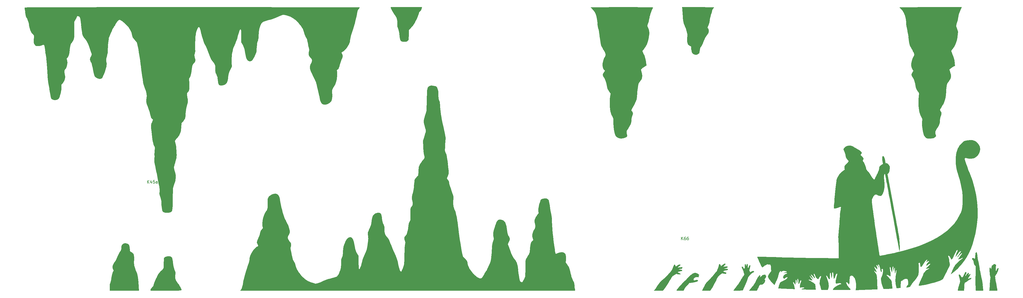
<source format=gbr>
%TF.GenerationSoftware,KiCad,Pcbnew,(5.99.0-11177-g6c67dfa032)*%
%TF.CreationDate,2021-09-16T00:44:05+03:00*%
%TF.ProjectId,Charon_32U4_Solder,43686172-6f6e-45f3-9332-55345f536f6c,rev?*%
%TF.SameCoordinates,Original*%
%TF.FileFunction,Legend,Top*%
%TF.FilePolarity,Positive*%
%FSLAX46Y46*%
G04 Gerber Fmt 4.6, Leading zero omitted, Abs format (unit mm)*
G04 Created by KiCad (PCBNEW (5.99.0-11177-g6c67dfa032)) date 2021-09-16 00:44:05*
%MOMM*%
%LPD*%
G01*
G04 APERTURE LIST*
%ADD10C,0.150000*%
G04 APERTURE END LIST*
D10*
%TO.C,K66*%
X248816964Y-127119005D02*
X248816964Y-126119005D01*
X249388392Y-127119005D02*
X248959821Y-126547577D01*
X249388392Y-126119005D02*
X248816964Y-126690434D01*
X250245535Y-126119005D02*
X250055059Y-126119005D01*
X249959821Y-126166625D01*
X249912202Y-126214244D01*
X249816964Y-126357101D01*
X249769345Y-126547577D01*
X249769345Y-126928529D01*
X249816964Y-127023767D01*
X249864583Y-127071386D01*
X249959821Y-127119005D01*
X250150297Y-127119005D01*
X250245535Y-127071386D01*
X250293154Y-127023767D01*
X250340773Y-126928529D01*
X250340773Y-126690434D01*
X250293154Y-126595196D01*
X250245535Y-126547577D01*
X250150297Y-126499958D01*
X249959821Y-126499958D01*
X249864583Y-126547577D01*
X249816964Y-126595196D01*
X249769345Y-126690434D01*
X251197916Y-126119005D02*
X251007440Y-126119005D01*
X250912202Y-126166625D01*
X250864583Y-126214244D01*
X250769345Y-126357101D01*
X250721726Y-126547577D01*
X250721726Y-126928529D01*
X250769345Y-127023767D01*
X250816964Y-127071386D01*
X250912202Y-127119005D01*
X251102678Y-127119005D01*
X251197916Y-127071386D01*
X251245535Y-127023767D01*
X251293154Y-126928529D01*
X251293154Y-126690434D01*
X251245535Y-126595196D01*
X251197916Y-126547577D01*
X251102678Y-126499958D01*
X250912202Y-126499958D01*
X250816964Y-126547577D01*
X250769345Y-126595196D01*
X250721726Y-126690434D01*
%TO.C,K45a1*%
X69294642Y-108069005D02*
X69294642Y-107069005D01*
X69866071Y-108069005D02*
X69437500Y-107497577D01*
X69866071Y-107069005D02*
X69294642Y-107640434D01*
X70723214Y-107402339D02*
X70723214Y-108069005D01*
X70485119Y-107021386D02*
X70247023Y-107735672D01*
X70866071Y-107735672D01*
X71723214Y-107069005D02*
X71247023Y-107069005D01*
X71199404Y-107545196D01*
X71247023Y-107497577D01*
X71342261Y-107449958D01*
X71580357Y-107449958D01*
X71675595Y-107497577D01*
X71723214Y-107545196D01*
X71770833Y-107640434D01*
X71770833Y-107878529D01*
X71723214Y-107973767D01*
X71675595Y-108021386D01*
X71580357Y-108069005D01*
X71342261Y-108069005D01*
X71247023Y-108021386D01*
X71199404Y-107973767D01*
X72627976Y-108069005D02*
X72627976Y-107545196D01*
X72580357Y-107449958D01*
X72485119Y-107402339D01*
X72294642Y-107402339D01*
X72199404Y-107449958D01*
X72627976Y-108021386D02*
X72532738Y-108069005D01*
X72294642Y-108069005D01*
X72199404Y-108021386D01*
X72151785Y-107926148D01*
X72151785Y-107830910D01*
X72199404Y-107735672D01*
X72294642Y-107688053D01*
X72532738Y-107688053D01*
X72627976Y-107640434D01*
X73627976Y-108069005D02*
X73056547Y-108069005D01*
X73342261Y-108069005D02*
X73342261Y-107069005D01*
X73247023Y-107211863D01*
X73151785Y-107307101D01*
X73056547Y-107354720D01*
%TO.C,G\u002A\u002A\u002A*%
G36*
X354185470Y-135297237D02*
G01*
X354313813Y-135357175D01*
X354685930Y-135533756D01*
X354613330Y-136598881D01*
X354585406Y-137134438D01*
X354588456Y-137479151D01*
X354622896Y-137644723D01*
X354651055Y-137664006D01*
X354751898Y-137576305D01*
X354828914Y-137382352D01*
X354943916Y-137031925D01*
X355089862Y-136756268D01*
X355241529Y-136578740D01*
X355373690Y-136522696D01*
X355461123Y-136611494D01*
X355482217Y-136777407D01*
X355430767Y-137127103D01*
X355295108Y-137573296D01*
X355103277Y-138050049D01*
X354883308Y-138491421D01*
X354663239Y-138831475D01*
X354561204Y-138943559D01*
X354400130Y-139199185D01*
X354355604Y-139435235D01*
X354373874Y-139667483D01*
X354424244Y-140059494D01*
X354500055Y-140569894D01*
X354594648Y-141157308D01*
X354701363Y-141780362D01*
X354813541Y-142397681D01*
X354922900Y-142959889D01*
X354997610Y-143363461D01*
X355051247Y-143719987D01*
X355072520Y-143954101D01*
X355072540Y-143958478D01*
X355072540Y-144218844D01*
X352386034Y-144218844D01*
X352445734Y-143681143D01*
X352473642Y-143371371D01*
X352506476Y-142916228D01*
X352540295Y-142374987D01*
X352571157Y-141806925D01*
X352573445Y-141760780D01*
X352605247Y-141228902D01*
X352644046Y-140753840D01*
X352685326Y-140381990D01*
X352724572Y-140159751D01*
X352731335Y-140138510D01*
X352757187Y-139803351D01*
X352678057Y-139472784D01*
X352615422Y-139186038D01*
X352560585Y-138745553D01*
X352518782Y-138202412D01*
X352497874Y-137715215D01*
X352485638Y-137163006D01*
X352486842Y-136784615D01*
X352504177Y-136549304D01*
X352540337Y-136426334D01*
X352598011Y-136384967D01*
X352614475Y-136383764D01*
X352744451Y-136472094D01*
X352866965Y-136690761D01*
X352885368Y-136742231D01*
X353002632Y-137100699D01*
X353071504Y-136691022D01*
X353150203Y-136237504D01*
X353208627Y-135950061D01*
X353257010Y-135792214D01*
X353305584Y-135727483D01*
X353344439Y-135718038D01*
X353474317Y-135649218D01*
X353663142Y-135480441D01*
X353692654Y-135449316D01*
X353861204Y-135281990D01*
X353995773Y-135235703D01*
X354185470Y-135297237D01*
G37*
G36*
X343033204Y-48994449D02*
G01*
X342963873Y-49187128D01*
X342835878Y-49513285D01*
X342671016Y-49918024D01*
X342575706Y-50146667D01*
X342334587Y-50741020D01*
X342161344Y-51232129D01*
X342032897Y-51700288D01*
X341926162Y-52225788D01*
X341854351Y-52655941D01*
X341751855Y-53167702D01*
X341608210Y-53723342D01*
X341479631Y-54128902D01*
X341339172Y-54571496D01*
X341281902Y-54937247D01*
X341312051Y-55293058D01*
X341433848Y-55705829D01*
X341606571Y-56137262D01*
X341736195Y-56459047D01*
X341814587Y-56722477D01*
X341850253Y-56992842D01*
X341851697Y-57335430D01*
X341827425Y-57815530D01*
X341826724Y-57827181D01*
X341724266Y-58760685D01*
X341536719Y-59698287D01*
X341277783Y-60600293D01*
X340961162Y-61427008D01*
X340600556Y-62138738D01*
X340209668Y-62695788D01*
X340107586Y-62807498D01*
X339856377Y-63090901D01*
X339676762Y-63342186D01*
X339607227Y-63507429D01*
X339607217Y-63508589D01*
X339649456Y-63685905D01*
X339761473Y-63988206D01*
X339921219Y-64357374D01*
X339964057Y-64449141D01*
X340374324Y-65500006D01*
X340664584Y-66639791D01*
X340804222Y-67676481D01*
X340865334Y-68511940D01*
X340415509Y-68739140D01*
X340033369Y-68952450D01*
X339658523Y-69195858D01*
X339332618Y-69438108D01*
X339097301Y-69647949D01*
X338994218Y-69794125D01*
X338992701Y-69806886D01*
X339031930Y-69972353D01*
X339131764Y-70245591D01*
X339201142Y-70409989D01*
X339375907Y-70957608D01*
X339471031Y-71583441D01*
X339478632Y-72199444D01*
X339403802Y-72673842D01*
X339231978Y-73067433D01*
X338940337Y-73506947D01*
X338784111Y-73697430D01*
X338538105Y-74014361D01*
X338342322Y-74360038D01*
X338188769Y-74765384D01*
X338069456Y-75261322D01*
X337976392Y-75878773D01*
X337901585Y-76648661D01*
X337856252Y-77287796D01*
X337785175Y-78240777D01*
X337697428Y-79031004D01*
X337580801Y-79700514D01*
X337423088Y-80291343D01*
X337212081Y-80845528D01*
X336935573Y-81405106D01*
X336581356Y-82012112D01*
X336400463Y-82300766D01*
X336159598Y-82692077D01*
X335967213Y-83028668D01*
X335846752Y-83268031D01*
X335817701Y-83357398D01*
X335876156Y-83523097D01*
X336021667Y-83762307D01*
X336073750Y-83833531D01*
X336281552Y-84241348D01*
X336313437Y-84704304D01*
X336169989Y-85245713D01*
X336112657Y-85382883D01*
X335970277Y-85825844D01*
X335860230Y-86418529D01*
X335811534Y-86855378D01*
X335748997Y-87474895D01*
X335667812Y-87955733D01*
X335545160Y-88364007D01*
X335358224Y-88765835D01*
X335084184Y-89227332D01*
X334888452Y-89529957D01*
X334628722Y-89943808D01*
X334411194Y-90324547D01*
X334262952Y-90622744D01*
X334213790Y-90761183D01*
X334214668Y-91049198D01*
X334292296Y-91421557D01*
X334337955Y-91562469D01*
X334440124Y-91868712D01*
X334467715Y-92060233D01*
X334421803Y-92212669D01*
X334348893Y-92332980D01*
X334100982Y-92609608D01*
X333758394Y-92801042D01*
X333287148Y-92919815D01*
X332653260Y-92978457D01*
X332591491Y-92981043D01*
X332096727Y-92990409D01*
X331742245Y-92967990D01*
X331464918Y-92906124D01*
X331244267Y-92817534D01*
X330935372Y-92627904D01*
X330682538Y-92360140D01*
X330471507Y-91985942D01*
X330288022Y-91477009D01*
X330117824Y-90805039D01*
X330038040Y-90423202D01*
X329915688Y-89755612D01*
X329840521Y-89186184D01*
X329804401Y-88623008D01*
X329799188Y-87974175D01*
X329802235Y-87760298D01*
X329826169Y-86403118D01*
X329401059Y-85532554D01*
X329180850Y-85033183D01*
X328976939Y-84487165D01*
X328826141Y-83995111D01*
X328801401Y-83893844D01*
X328709541Y-83354238D01*
X328638285Y-82666700D01*
X328589425Y-81887271D01*
X328564756Y-81071992D01*
X328566070Y-80276903D01*
X328595162Y-79558046D01*
X328645714Y-79028925D01*
X328700994Y-78595770D01*
X328742626Y-78224167D01*
X328764309Y-77972437D01*
X328765947Y-77916326D01*
X328708960Y-77748863D01*
X328560397Y-77465265D01*
X328347755Y-77116074D01*
X328250379Y-76968560D01*
X327927981Y-76443567D01*
X327738734Y-76011099D01*
X327672617Y-75725515D01*
X327583176Y-75190761D01*
X327457585Y-74596491D01*
X327311769Y-74006651D01*
X327161655Y-73485185D01*
X327023167Y-73096035D01*
X327010385Y-73066439D01*
X326810440Y-72685862D01*
X326563494Y-72305125D01*
X326499697Y-72220762D01*
X326274133Y-71862548D01*
X326205797Y-71523013D01*
X326296502Y-71154937D01*
X326548063Y-70711100D01*
X326558257Y-70695908D01*
X326926232Y-70149496D01*
X326667192Y-69877920D01*
X326436262Y-69584607D01*
X326282049Y-69244137D01*
X326179928Y-68792929D01*
X326142892Y-68524277D01*
X326132413Y-67962145D01*
X326208352Y-67315278D01*
X326354423Y-66666497D01*
X326554338Y-66098620D01*
X326662253Y-65883246D01*
X326910942Y-65447473D01*
X327071425Y-65145253D01*
X327155761Y-64931517D01*
X327176006Y-64761196D01*
X327144218Y-64589218D01*
X327072453Y-64370515D01*
X327069364Y-64361454D01*
X326949683Y-64075852D01*
X326752348Y-63674316D01*
X326507152Y-63215311D01*
X326300838Y-62853301D01*
X326045313Y-62399894D01*
X325820849Y-61967441D01*
X325654649Y-61610390D01*
X325581125Y-61412796D01*
X325534221Y-61191109D01*
X325467340Y-60802512D01*
X325386090Y-60283327D01*
X325296085Y-59669878D01*
X325202935Y-58998487D01*
X325169751Y-58749893D01*
X325071129Y-58046561D01*
X324965698Y-57369731D01*
X324860682Y-56760640D01*
X324763303Y-56260528D01*
X324680784Y-55910635D01*
X324660680Y-55843203D01*
X324498036Y-55121815D01*
X324448763Y-54460542D01*
X324412907Y-53738494D01*
X324315256Y-52947796D01*
X324169629Y-52173919D01*
X323989843Y-51502330D01*
X323952792Y-51392861D01*
X323605643Y-50586436D01*
X323165734Y-49907038D01*
X322705675Y-49395565D01*
X322452555Y-49137784D01*
X322270108Y-48935528D01*
X322196103Y-48830785D01*
X322195927Y-48828900D01*
X322296084Y-48819934D01*
X322587507Y-48811334D01*
X323056624Y-48803185D01*
X323689863Y-48795572D01*
X324473650Y-48788578D01*
X325394414Y-48782289D01*
X326438582Y-48776787D01*
X327592582Y-48772158D01*
X328842841Y-48768485D01*
X330175787Y-48765853D01*
X331577847Y-48764347D01*
X332649603Y-48764006D01*
X343103279Y-48764006D01*
X343033204Y-48994449D01*
G37*
G36*
X271071980Y-135281251D02*
G01*
X271157496Y-135574287D01*
X271208858Y-136064724D01*
X271211692Y-136127835D01*
X271242298Y-136895860D01*
X271435084Y-136332554D01*
X271600506Y-135895072D01*
X271737738Y-135641527D01*
X271857691Y-135554785D01*
X271919629Y-135571581D01*
X271993009Y-135725836D01*
X272001719Y-136023419D01*
X271948404Y-136414194D01*
X271855705Y-136784114D01*
X271751023Y-137153537D01*
X271714771Y-137391870D01*
X271748790Y-137561737D01*
X271854919Y-137725761D01*
X271884455Y-137762753D01*
X272065726Y-137986612D01*
X272344246Y-137767528D01*
X272716839Y-137591102D01*
X272955887Y-137580620D01*
X273232963Y-137653171D01*
X273323303Y-137785045D01*
X273228530Y-137955072D01*
X272950268Y-138142079D01*
X272911335Y-138161421D01*
X272490211Y-138429095D01*
X272058394Y-138808821D01*
X271669225Y-139243656D01*
X271376048Y-139676657D01*
X271266560Y-139917231D01*
X271102617Y-140372379D01*
X270896765Y-140899635D01*
X270636313Y-141529979D01*
X270308570Y-142294387D01*
X270057006Y-142869711D01*
X269486230Y-144167635D01*
X267862283Y-144195933D01*
X267254891Y-144205398D01*
X266825787Y-144207360D01*
X266548473Y-144199040D01*
X266396454Y-144177664D01*
X266343233Y-144140452D01*
X266362312Y-144084630D01*
X266396350Y-144042304D01*
X266806226Y-143553671D01*
X267232347Y-143016889D01*
X267644966Y-142472210D01*
X268014339Y-141959886D01*
X268310722Y-141520171D01*
X268504370Y-141193317D01*
X268510500Y-141181297D01*
X268708303Y-140819501D01*
X268979166Y-140363507D01*
X269278683Y-139886931D01*
X269430038Y-139656873D01*
X269698151Y-139252851D01*
X269866842Y-138976877D01*
X269951712Y-138787502D01*
X269968364Y-138643281D01*
X269932400Y-138502766D01*
X269897312Y-138415557D01*
X269801064Y-138134287D01*
X269757446Y-137906269D01*
X269757217Y-137895131D01*
X269713341Y-137711321D01*
X269598815Y-137413976D01*
X269453173Y-137098091D01*
X269247914Y-136645751D01*
X269157190Y-136336470D01*
X269176090Y-136146900D01*
X269238981Y-136080300D01*
X269352648Y-136079037D01*
X269500498Y-136217556D01*
X269703468Y-136517316D01*
X269764868Y-136619277D01*
X269915616Y-136820037D01*
X270042231Y-136900532D01*
X270066053Y-136894885D01*
X270113399Y-136769788D01*
X270148818Y-136493656D01*
X270166123Y-136120212D01*
X270166895Y-136019251D01*
X270175435Y-135593070D01*
X270204886Y-135338408D01*
X270260994Y-135222505D01*
X270309566Y-135205941D01*
X270438564Y-135255737D01*
X270522953Y-135424798D01*
X270571426Y-135742639D01*
X270591113Y-136161697D01*
X270605654Y-136793441D01*
X270676394Y-136098765D01*
X270754519Y-135594374D01*
X270856091Y-135290513D01*
X270966712Y-135186399D01*
X271071980Y-135281251D01*
G37*
G36*
X255462579Y-48765420D02*
G01*
X256427062Y-48769485D01*
X257308142Y-48775931D01*
X258086931Y-48784487D01*
X258744537Y-48794886D01*
X259262071Y-48806857D01*
X259620644Y-48820131D01*
X259801364Y-48834438D01*
X259819691Y-48840820D01*
X259760972Y-48961136D01*
X259614918Y-49180427D01*
X259516863Y-49314010D01*
X259259450Y-49784376D01*
X259154036Y-50184574D01*
X259074993Y-50557455D01*
X258942062Y-50989257D01*
X258852627Y-51222070D01*
X258742567Y-51546387D01*
X258619982Y-52011213D01*
X258499931Y-52554084D01*
X258398813Y-53104325D01*
X258266448Y-53808226D01*
X258115980Y-54427775D01*
X257960499Y-54911248D01*
X257911495Y-55029509D01*
X257639433Y-55635744D01*
X257860422Y-56028940D01*
X258034279Y-56464693D01*
X258061084Y-56915471D01*
X257934704Y-57406124D01*
X257649008Y-57961499D01*
X257237051Y-58555107D01*
X256896968Y-59088344D01*
X256547644Y-59797790D01*
X256303526Y-60388602D01*
X256086905Y-60912126D01*
X255858603Y-61401749D01*
X255645528Y-61802909D01*
X255485203Y-62048039D01*
X255280006Y-62341441D01*
X255160462Y-62632371D01*
X255093419Y-63010994D01*
X255078739Y-63153543D01*
X255025676Y-63549649D01*
X254951221Y-63899443D01*
X254884240Y-64096589D01*
X254600256Y-64457753D01*
X254190417Y-64697747D01*
X253706826Y-64796841D01*
X253201588Y-64735302D01*
X253199379Y-64734642D01*
X252875223Y-64558689D01*
X252566027Y-64265464D01*
X252344353Y-63930843D01*
X252292288Y-63786152D01*
X252256082Y-63576411D01*
X252211258Y-63234064D01*
X252167108Y-62830558D01*
X252164294Y-62801980D01*
X252089879Y-62040358D01*
X251631723Y-61772634D01*
X251320475Y-61548301D01*
X251061461Y-61289568D01*
X250984637Y-61181417D01*
X250817210Y-60739689D01*
X250734797Y-60165647D01*
X250741888Y-59515324D01*
X250810095Y-59003512D01*
X250864841Y-58684073D01*
X250888069Y-58419548D01*
X250875408Y-58152798D01*
X250822487Y-57826685D01*
X250724935Y-57384071D01*
X250667667Y-57141551D01*
X250510450Y-56563349D01*
X250311824Y-55950027D01*
X250102538Y-55392485D01*
X249984718Y-55122711D01*
X249817136Y-54748447D01*
X249683102Y-54391553D01*
X249576641Y-54018501D01*
X249491777Y-53595767D01*
X249422536Y-53089824D01*
X249362942Y-52467146D01*
X249307020Y-51694207D01*
X249271262Y-51119651D01*
X249232643Y-50514306D01*
X249192997Y-49962671D01*
X249155537Y-49504664D01*
X249123477Y-49180203D01*
X249104318Y-49045659D01*
X249044628Y-48764006D01*
X254433584Y-48764006D01*
X255462579Y-48765420D01*
G37*
G36*
X253709954Y-138220805D02*
G01*
X254217348Y-138437926D01*
X254308533Y-138494037D01*
X254650958Y-138751561D01*
X254796128Y-138958705D01*
X254744946Y-139116976D01*
X254701295Y-139149257D01*
X254654313Y-139285282D01*
X254701295Y-139404617D01*
X254783341Y-139588740D01*
X254755812Y-139681380D01*
X254587499Y-139701648D01*
X254266290Y-139670975D01*
X253775270Y-139678461D01*
X253372803Y-139815431D01*
X253096435Y-140064007D01*
X253003356Y-140272293D01*
X252959044Y-140576351D01*
X253033521Y-140729091D01*
X253247709Y-140747575D01*
X253509082Y-140684666D01*
X253885591Y-140606726D01*
X254191517Y-140608572D01*
X254377635Y-140686711D01*
X254409677Y-140748531D01*
X254433392Y-140932939D01*
X254435282Y-140952857D01*
X254348723Y-141037374D01*
X254108849Y-141145323D01*
X253763764Y-141262878D01*
X253361576Y-141376212D01*
X252950390Y-141471500D01*
X252578312Y-141534914D01*
X252345927Y-141553360D01*
X252005241Y-141570601D01*
X251715562Y-141607109D01*
X251652210Y-141621119D01*
X251489394Y-141726720D01*
X251238719Y-141960405D01*
X250932519Y-142284387D01*
X250603125Y-142660880D01*
X250282873Y-143052097D01*
X250004095Y-143420252D01*
X249799124Y-143727559D01*
X249719552Y-143879717D01*
X249577855Y-144218844D01*
X248350198Y-144218844D01*
X247876019Y-144213658D01*
X247486959Y-144199530D01*
X247222616Y-144178602D01*
X247122593Y-144153019D01*
X247122540Y-144152397D01*
X247191669Y-144022458D01*
X247385785Y-143768859D01*
X247684976Y-143412729D01*
X248069334Y-142975198D01*
X248518948Y-142477395D01*
X249013910Y-141940450D01*
X249534309Y-141385493D01*
X250060235Y-140833654D01*
X250571780Y-140306062D01*
X251049033Y-139823848D01*
X251472085Y-139408139D01*
X251821026Y-139080067D01*
X252075946Y-138860761D01*
X252174735Y-138790618D01*
X252491954Y-138596389D01*
X252777286Y-138411168D01*
X252857933Y-138355336D01*
X253253064Y-138192917D01*
X253709954Y-138220805D01*
G37*
G36*
X165366115Y-75187077D02*
G01*
X165886912Y-75272467D01*
X166328584Y-75431907D01*
X166597880Y-75624553D01*
X166816195Y-75980553D01*
X166980482Y-76516626D01*
X167086945Y-77214260D01*
X167131784Y-78054942D01*
X167133024Y-78233012D01*
X167139987Y-78788675D01*
X167167182Y-79206581D01*
X167224069Y-79553528D01*
X167320110Y-79896313D01*
X167401944Y-80131856D01*
X167513107Y-80466941D01*
X167595244Y-80799038D01*
X167655648Y-81176836D01*
X167701607Y-81649023D01*
X167740412Y-82264287D01*
X167750544Y-82459973D01*
X167798213Y-83138676D01*
X167878096Y-83886567D01*
X167993439Y-84722530D01*
X168147490Y-85665445D01*
X168343494Y-86734193D01*
X168584699Y-87947657D01*
X168874352Y-89324717D01*
X169141869Y-90551102D01*
X169302470Y-91290607D01*
X169419208Y-91864552D01*
X169496922Y-92306344D01*
X169540449Y-92649388D01*
X169554626Y-92927090D01*
X169544291Y-93172857D01*
X169534897Y-93265215D01*
X169499353Y-93651646D01*
X169462324Y-94186159D01*
X169426663Y-94812040D01*
X169395222Y-95472580D01*
X169370856Y-96111066D01*
X169356416Y-96670787D01*
X169354059Y-96859931D01*
X169415542Y-97384993D01*
X169570457Y-97738284D01*
X169696004Y-97978832D01*
X169808981Y-98284240D01*
X169914005Y-98677544D01*
X170015691Y-99181782D01*
X170118654Y-99819989D01*
X170227511Y-100615204D01*
X170346877Y-101590462D01*
X170353366Y-101645746D01*
X170455177Y-102529598D01*
X170530558Y-103238107D01*
X170579188Y-103799100D01*
X170600747Y-104240403D01*
X170594915Y-104589840D01*
X170561372Y-104875239D01*
X170499796Y-105124424D01*
X170409868Y-105365222D01*
X170307943Y-105590339D01*
X170153457Y-105939528D01*
X170043143Y-106232065D01*
X170000767Y-106404892D01*
X170000766Y-106405375D01*
X170067053Y-106573957D01*
X170235134Y-106812525D01*
X170341250Y-106933881D01*
X170537257Y-107175872D01*
X170666594Y-107440055D01*
X170759356Y-107798906D01*
X170802900Y-108045559D01*
X170880786Y-108396566D01*
X171018557Y-108887543D01*
X171200621Y-109468034D01*
X171411386Y-110087583D01*
X171562467Y-110503624D01*
X171809213Y-111174315D01*
X171988203Y-111703391D01*
X172106740Y-112139829D01*
X172172128Y-112532604D01*
X172191668Y-112930694D01*
X172172665Y-113383075D01*
X172122421Y-113938722D01*
X172102878Y-114127807D01*
X172078826Y-114959318D01*
X172194918Y-115766316D01*
X172461979Y-116613056D01*
X172563459Y-116861730D01*
X172712065Y-117221769D01*
X172843496Y-117570511D01*
X172961575Y-117928081D01*
X173070127Y-118314604D01*
X173172977Y-118750207D01*
X173273949Y-119255016D01*
X173376867Y-119849155D01*
X173485556Y-120552751D01*
X173603840Y-121385930D01*
X173735544Y-122368817D01*
X173884492Y-123521538D01*
X173996066Y-124400699D01*
X174161916Y-125659249D01*
X174343209Y-126937877D01*
X174533755Y-128197884D01*
X174727368Y-129400568D01*
X174917859Y-130507229D01*
X175099039Y-131479167D01*
X175230802Y-132122962D01*
X175314121Y-132430487D01*
X175436641Y-132679174D01*
X175638651Y-132931127D01*
X175960440Y-133248452D01*
X175961637Y-133249575D01*
X176467439Y-133782617D01*
X176791936Y-134268789D01*
X176947257Y-134728619D01*
X176965282Y-134948371D01*
X177047119Y-135502890D01*
X177278093Y-136138514D01*
X177636392Y-136823487D01*
X178100210Y-137526056D01*
X178647736Y-138214468D01*
X179257162Y-138856969D01*
X179906678Y-139421804D01*
X180173298Y-139619212D01*
X180635338Y-139915339D01*
X181014605Y-140077234D01*
X181337997Y-140094684D01*
X181632411Y-139957474D01*
X181924747Y-139655393D01*
X182241901Y-139178228D01*
X182490443Y-138739409D01*
X182722696Y-138327413D01*
X182951491Y-137945523D01*
X183137574Y-137658558D01*
X183183465Y-137595017D01*
X183341433Y-137344798D01*
X183537370Y-136975252D01*
X183734029Y-136557579D01*
X183772794Y-136468404D01*
X183985065Y-135987700D01*
X184220266Y-135479073D01*
X184429621Y-135047859D01*
X184441029Y-135025301D01*
X184577832Y-134734975D01*
X184680417Y-134452778D01*
X184759896Y-134129992D01*
X184827385Y-133717899D01*
X184893996Y-133167781D01*
X184919992Y-132925704D01*
X184987451Y-132225282D01*
X185054173Y-131429985D01*
X185111976Y-130643042D01*
X185149264Y-130033764D01*
X185197691Y-129314457D01*
X185264044Y-128732568D01*
X185358499Y-128220822D01*
X185491236Y-127711944D01*
X185510214Y-127647896D01*
X185643415Y-127182916D01*
X185716845Y-126854539D01*
X185737489Y-126605714D01*
X185712333Y-126379390D01*
X185681923Y-126245487D01*
X185565052Y-125516641D01*
X185582383Y-124755177D01*
X185737702Y-123921882D01*
X185983626Y-123120457D01*
X186169667Y-122589599D01*
X186354054Y-122061087D01*
X186513178Y-121602719D01*
X186607780Y-121328118D01*
X186820175Y-120822449D01*
X187065702Y-120493487D01*
X187376371Y-120313102D01*
X187784191Y-120253167D01*
X187831525Y-120252715D01*
X188462793Y-120350625D01*
X189025973Y-120638122D01*
X189446529Y-121036362D01*
X189618821Y-121292928D01*
X189769065Y-121629890D01*
X189904844Y-122074521D01*
X190033736Y-122654094D01*
X190163325Y-123395884D01*
X190237495Y-123881890D01*
X190340924Y-124529132D01*
X190442857Y-125019815D01*
X190557617Y-125401608D01*
X190699525Y-125722179D01*
X190882382Y-126028412D01*
X191076748Y-126419927D01*
X191131929Y-126826056D01*
X191046520Y-127290955D01*
X190824470Y-127847401D01*
X190504712Y-128528781D01*
X190850354Y-129383692D01*
X191026574Y-129852362D01*
X191184302Y-130329505D01*
X191295084Y-130727620D01*
X191311570Y-130801909D01*
X191472891Y-131346653D01*
X191738841Y-131980257D01*
X192077289Y-132639083D01*
X192456105Y-133259492D01*
X192768665Y-133687917D01*
X193076352Y-134086986D01*
X193316105Y-134451275D01*
X193500954Y-134819552D01*
X193643930Y-135230583D01*
X193758064Y-135723134D01*
X193856386Y-136335974D01*
X193951927Y-137107867D01*
X193968951Y-137258783D01*
X194083523Y-138258313D01*
X194184805Y-139073771D01*
X194277334Y-139725143D01*
X194365648Y-140232419D01*
X194454284Y-140615587D01*
X194547780Y-140894635D01*
X194650672Y-141089551D01*
X194767497Y-141220325D01*
X194885945Y-141298484D01*
X195131350Y-141390811D01*
X195313942Y-141401704D01*
X195317791Y-141400329D01*
X195416976Y-141291132D01*
X195576909Y-141037913D01*
X195772512Y-140682641D01*
X195913190Y-140403991D01*
X196373750Y-139459396D01*
X196377566Y-136846177D01*
X196380908Y-135956704D01*
X196391384Y-135242867D01*
X196413990Y-134675473D01*
X196453722Y-134225329D01*
X196515580Y-133863243D01*
X196604558Y-133560022D01*
X196725655Y-133286475D01*
X196883867Y-133013409D01*
X197084191Y-132711631D01*
X197085672Y-132709468D01*
X197372878Y-132282021D01*
X197579031Y-131938651D01*
X197720779Y-131627390D01*
X197814768Y-131296273D01*
X197877647Y-130893331D01*
X197926063Y-130366598D01*
X197952734Y-130002819D01*
X198015513Y-129271278D01*
X198093576Y-128707096D01*
X198197797Y-128272845D01*
X198339052Y-127931091D01*
X198528219Y-127644405D01*
X198691596Y-127459923D01*
X199001883Y-127139308D01*
X198830435Y-126640568D01*
X198715301Y-126034343D01*
X198737288Y-125346917D01*
X198884596Y-124637736D01*
X199145421Y-123966245D01*
X199464395Y-123447269D01*
X199649251Y-123130212D01*
X199736646Y-122764869D01*
X199728477Y-122311493D01*
X199626643Y-121730338D01*
X199559691Y-121451550D01*
X199468964Y-121063133D01*
X199435661Y-120787614D01*
X199458603Y-120541611D01*
X199536615Y-120241743D01*
X199542334Y-120222517D01*
X199684190Y-119878640D01*
X199916502Y-119451964D01*
X200198052Y-119016596D01*
X200264106Y-118924836D01*
X200826799Y-118160262D01*
X200763840Y-117337336D01*
X200742560Y-116951045D01*
X200750143Y-116615714D01*
X200794508Y-116269808D01*
X200883570Y-115851796D01*
X201025249Y-115300142D01*
X201026626Y-115294984D01*
X201166223Y-114794173D01*
X201303072Y-114341084D01*
X201421132Y-113986628D01*
X201502093Y-113786033D01*
X201789554Y-113448561D01*
X202234733Y-113235874D01*
X202830515Y-113151146D01*
X202928588Y-113149672D01*
X203427336Y-113181355D01*
X203798806Y-113295296D01*
X204067765Y-113518048D01*
X204258979Y-113876164D01*
X204397213Y-114396198D01*
X204465028Y-114796989D01*
X204604956Y-115732912D01*
X204722140Y-116489799D01*
X204820807Y-117091666D01*
X204905185Y-117562534D01*
X204979499Y-117926419D01*
X205047977Y-118207341D01*
X205091714Y-118357957D01*
X205165265Y-118701738D01*
X205231750Y-119230469D01*
X205289158Y-119924324D01*
X205335482Y-120763478D01*
X205335541Y-120764812D01*
X205407151Y-122188983D01*
X205492188Y-123546866D01*
X205588457Y-124813441D01*
X205693765Y-125963686D01*
X205805917Y-126972580D01*
X205922721Y-127815099D01*
X205986612Y-128190215D01*
X206089477Y-128781245D01*
X206183936Y-129388248D01*
X206259104Y-129937336D01*
X206302276Y-130332670D01*
X206354454Y-130756009D01*
X206432151Y-131165320D01*
X206522877Y-131512168D01*
X206614141Y-131748119D01*
X206687273Y-131825628D01*
X206790255Y-131789464D01*
X207029308Y-131695397D01*
X207332621Y-131572011D01*
X207873671Y-131401545D01*
X208428084Y-131316499D01*
X208941873Y-131318259D01*
X209361054Y-131408208D01*
X209557633Y-131514950D01*
X209795175Y-131798002D01*
X209949391Y-132217544D01*
X210023854Y-132790830D01*
X210022140Y-133535117D01*
X210012628Y-133711631D01*
X209948202Y-134764593D01*
X210495140Y-135450947D01*
X210767180Y-135822507D01*
X210991482Y-136207843D01*
X211182031Y-136644497D01*
X211352811Y-137170010D01*
X211517808Y-137821922D01*
X211691004Y-138637775D01*
X211701056Y-138688199D01*
X211810564Y-139200053D01*
X211925013Y-139622343D01*
X212067846Y-140018228D01*
X212262502Y-140450867D01*
X212532422Y-140983417D01*
X212602436Y-141116846D01*
X212737368Y-141452700D01*
X212837333Y-141898823D01*
X212911734Y-142499041D01*
X212920997Y-142601927D01*
X212965750Y-143077237D01*
X213012252Y-143503217D01*
X213053730Y-143820746D01*
X213073947Y-143937191D01*
X213135590Y-144218844D01*
X100439815Y-144218844D01*
X100715043Y-143891755D01*
X100881271Y-143678799D01*
X101008281Y-143464748D01*
X101110368Y-143207269D01*
X101201829Y-142864032D01*
X101296958Y-142392703D01*
X101381059Y-141919583D01*
X101537030Y-141138341D01*
X101760877Y-140195576D01*
X102044763Y-139120101D01*
X102380851Y-137940724D01*
X102761302Y-136686256D01*
X103060562Y-135745731D01*
X103329176Y-134880302D01*
X103513285Y-134200394D01*
X103613131Y-133705042D01*
X103633024Y-133470743D01*
X103713251Y-132875573D01*
X103935573Y-132210220D01*
X104272452Y-131519319D01*
X104696350Y-130847505D01*
X105179728Y-130239412D01*
X105695047Y-129739678D01*
X106116693Y-129445124D01*
X106360102Y-129290335D01*
X106471133Y-129141904D01*
X106461329Y-128941895D01*
X106342233Y-128632370D01*
X106298176Y-128534263D01*
X106169642Y-128217443D01*
X106114601Y-127949760D01*
X106139321Y-127676454D01*
X106250071Y-127342761D01*
X106453117Y-126893920D01*
X106496145Y-126804540D01*
X106711377Y-126304925D01*
X106909177Y-125751754D01*
X107051651Y-125252605D01*
X107067019Y-125183817D01*
X107191185Y-124634787D01*
X107305276Y-124241776D01*
X107429843Y-123958269D01*
X107585437Y-123737748D01*
X107792608Y-123533697D01*
X107798199Y-123528780D01*
X108010986Y-123326493D01*
X108093983Y-123168534D01*
X108076920Y-122970727D01*
X108042197Y-122837920D01*
X107941633Y-122200112D01*
X107944343Y-121441045D01*
X108039652Y-120609680D01*
X108216884Y-119754976D01*
X108465365Y-118925893D01*
X108774417Y-118171391D01*
X109133367Y-117540430D01*
X109224868Y-117413983D01*
X109423540Y-117135446D01*
X109564414Y-116875791D01*
X109655459Y-116593411D01*
X109704646Y-116246701D01*
X109719947Y-115794054D01*
X109709333Y-115193864D01*
X109700600Y-114930781D01*
X109682039Y-114331412D01*
X109677835Y-113894401D01*
X109691343Y-113577562D01*
X109725922Y-113338711D01*
X109784926Y-113135661D01*
X109857582Y-112957923D01*
X110158258Y-112506242D01*
X110611067Y-112109605D01*
X111164843Y-111798000D01*
X111768418Y-111601412D01*
X112264965Y-111547070D01*
X112757420Y-111641381D01*
X113170141Y-111921806D01*
X113500244Y-112384581D01*
X113744845Y-113025945D01*
X113874257Y-113646667D01*
X113953797Y-114104230D01*
X114075786Y-114720155D01*
X114231486Y-115454464D01*
X114412160Y-116267177D01*
X114609070Y-117118318D01*
X114813479Y-117967907D01*
X114859203Y-118153118D01*
X115014616Y-118697966D01*
X115221101Y-119265409D01*
X115498006Y-119903159D01*
X115864678Y-120658933D01*
X115918569Y-120765622D01*
X116325305Y-121585520D01*
X116637252Y-122259798D01*
X116865009Y-122818482D01*
X117019179Y-123291599D01*
X117110360Y-123709175D01*
X117149154Y-124101236D01*
X117152379Y-124260446D01*
X117126522Y-124708523D01*
X117031991Y-125060482D01*
X116886466Y-125348544D01*
X116613370Y-125898109D01*
X116506204Y-126366826D01*
X116569415Y-126799868D01*
X116807450Y-127242408D01*
X117109470Y-127614508D01*
X117420232Y-128008973D01*
X117589807Y-128375914D01*
X117632660Y-128779219D01*
X117563255Y-129282776D01*
X117525407Y-129451572D01*
X117444128Y-129846915D01*
X117425628Y-130139026D01*
X117468788Y-130419288D01*
X117511584Y-130578184D01*
X117586373Y-130876248D01*
X117681320Y-131312982D01*
X117783159Y-131824963D01*
X117861907Y-132253062D01*
X117976863Y-132878020D01*
X118076373Y-133340104D01*
X118173583Y-133679273D01*
X118281640Y-133935486D01*
X118413689Y-134148703D01*
X118537042Y-134305224D01*
X118647360Y-134457546D01*
X118753520Y-134658651D01*
X118866350Y-134938346D01*
X118996681Y-135326440D01*
X119155342Y-135852742D01*
X119353162Y-136547060D01*
X119358759Y-136567030D01*
X119507736Y-136963341D01*
X119755365Y-137415387D01*
X120122723Y-137959978D01*
X120276815Y-138170302D01*
X121016787Y-139101714D01*
X121727903Y-139858502D01*
X122437974Y-140462888D01*
X123174814Y-140937090D01*
X123966236Y-141303331D01*
X124381842Y-141449935D01*
X125007795Y-141645309D01*
X125493042Y-141770787D01*
X125890181Y-141824235D01*
X126251812Y-141803520D01*
X126630533Y-141706509D01*
X127078943Y-141531068D01*
X127547943Y-141321528D01*
X128455031Y-140920529D01*
X129246361Y-140602181D01*
X129982624Y-140345095D01*
X130724511Y-140127882D01*
X131435282Y-139951559D01*
X131928440Y-139826223D01*
X132379890Y-139691736D01*
X132732284Y-139566277D01*
X132900261Y-139487135D01*
X133198059Y-139236513D01*
X133480527Y-138845965D01*
X133759821Y-138294818D01*
X134048100Y-137562397D01*
X134072448Y-137493841D01*
X134202576Y-137109578D01*
X134292461Y-136786645D01*
X134350101Y-136469269D01*
X134383492Y-136101673D01*
X134400630Y-135628081D01*
X134407797Y-135154731D01*
X134417293Y-134568851D01*
X134435251Y-134139055D01*
X134468714Y-133816592D01*
X134524727Y-133552711D01*
X134610332Y-133298664D01*
X134711152Y-133055135D01*
X134834397Y-132748036D01*
X134919884Y-132463430D01*
X134976600Y-132147570D01*
X135013531Y-131746708D01*
X135039665Y-131207097D01*
X135045084Y-131057957D01*
X135094241Y-130233408D01*
X135189054Y-129541628D01*
X135346590Y-128912552D01*
X135583915Y-128276115D01*
X135875936Y-127646998D01*
X136253160Y-127004349D01*
X136656424Y-126540713D01*
X137076094Y-126262351D01*
X137502532Y-126175525D01*
X137926101Y-126286497D01*
X137950379Y-126299135D01*
X138206247Y-126538029D01*
X138442290Y-126971570D01*
X138659388Y-127602238D01*
X138858426Y-128432518D01*
X139012193Y-129285314D01*
X139223607Y-130300031D01*
X139515128Y-131166692D01*
X139902610Y-131931740D01*
X139931912Y-131979731D01*
X140247943Y-132491828D01*
X140299153Y-134660043D01*
X140317522Y-135306816D01*
X140339784Y-135883292D01*
X140364257Y-136358383D01*
X140389255Y-136701006D01*
X140413097Y-136880076D01*
X140420363Y-136897920D01*
X140561308Y-136926293D01*
X140722881Y-136757355D01*
X140902349Y-136397293D01*
X141096981Y-135852298D01*
X141304044Y-135128559D01*
X141437018Y-134594679D01*
X141669862Y-133740922D01*
X141967466Y-132892741D01*
X142358228Y-131970125D01*
X142404855Y-131867776D01*
X142646711Y-131334919D01*
X142827143Y-130913236D01*
X142961226Y-130550463D01*
X143064034Y-130194335D01*
X143150640Y-129792585D01*
X143236119Y-129292949D01*
X143335545Y-128643161D01*
X143336273Y-128638312D01*
X143434028Y-127970657D01*
X143500604Y-127457740D01*
X143538539Y-127052253D01*
X143550375Y-126706889D01*
X143538653Y-126374343D01*
X143505913Y-126007306D01*
X143486857Y-125834570D01*
X143435519Y-125329904D01*
X143421271Y-124939083D01*
X143455388Y-124603206D01*
X143549143Y-124263370D01*
X143713812Y-123860675D01*
X143960669Y-123336218D01*
X143967961Y-123321099D01*
X144197988Y-122819485D01*
X144367840Y-122374735D01*
X144493740Y-121925874D01*
X144591908Y-121411925D01*
X144678566Y-120771912D01*
X144703713Y-120555310D01*
X144825199Y-119787239D01*
X145004499Y-119192964D01*
X145257457Y-118745784D01*
X145599917Y-118419001D01*
X146047725Y-118185918D01*
X146127244Y-118156580D01*
X146716749Y-118014178D01*
X147225896Y-118022811D01*
X147631367Y-118177967D01*
X147909847Y-118475135D01*
X147925784Y-118504604D01*
X148005274Y-118748003D01*
X148082368Y-119142522D01*
X148147661Y-119634564D01*
X148174891Y-119924307D01*
X148224872Y-120457448D01*
X148284953Y-120850534D01*
X148370995Y-121168268D01*
X148498859Y-121475354D01*
X148608627Y-121693623D01*
X148754363Y-121984414D01*
X148854520Y-122233736D01*
X148920026Y-122494685D01*
X148961804Y-122820358D01*
X148990781Y-123263852D01*
X149007590Y-123632554D01*
X149036922Y-124214959D01*
X149078839Y-124645882D01*
X149150553Y-124978627D01*
X149269276Y-125266498D01*
X149452218Y-125562799D01*
X149716591Y-125920836D01*
X149768202Y-125988199D01*
X150080189Y-126412683D01*
X150341516Y-126817599D01*
X150575535Y-127248781D01*
X150805595Y-127752064D01*
X151055049Y-128373283D01*
X151255294Y-128907151D01*
X151505322Y-129554634D01*
X151811152Y-130299257D01*
X152136541Y-131055166D01*
X152445249Y-131736506D01*
X152487465Y-131826102D01*
X152770907Y-132437164D01*
X152986757Y-132944368D01*
X153156961Y-133412489D01*
X153303462Y-133906302D01*
X153448205Y-134490580D01*
X153563093Y-135001102D01*
X153753195Y-135837048D01*
X153917455Y-136491195D01*
X154062660Y-136983968D01*
X154195599Y-137335790D01*
X154323058Y-137567087D01*
X154451827Y-137698282D01*
X154461544Y-137704542D01*
X154570275Y-137755582D01*
X154663445Y-137738127D01*
X154759922Y-137625050D01*
X154878574Y-137389226D01*
X155038268Y-137003526D01*
X155153574Y-136709601D01*
X155299867Y-136319130D01*
X155417010Y-135960633D01*
X155508677Y-135603857D01*
X155578538Y-135218551D01*
X155630264Y-134774464D01*
X155667528Y-134241345D01*
X155694001Y-133588943D01*
X155713355Y-132787005D01*
X155726613Y-131988115D01*
X155743893Y-131034070D01*
X155765477Y-130264198D01*
X155792550Y-129657860D01*
X155826295Y-129194413D01*
X155867898Y-128853217D01*
X155918543Y-128613630D01*
X155920728Y-128606026D01*
X155983361Y-128375364D01*
X156015318Y-128178289D01*
X156011452Y-127970239D01*
X155966615Y-127706655D01*
X155875659Y-127342975D01*
X155733437Y-126834638D01*
X155704291Y-126732383D01*
X155691530Y-126323610D01*
X155878998Y-125903519D01*
X156085045Y-125651303D01*
X156275812Y-125440653D01*
X156428615Y-125233412D01*
X156552490Y-124999580D01*
X156656477Y-124709155D01*
X156749614Y-124332138D01*
X156840937Y-123838527D01*
X156939486Y-123198321D01*
X157040974Y-122478189D01*
X157158393Y-121809338D01*
X157310644Y-121289039D01*
X157468222Y-120941898D01*
X157757320Y-120406344D01*
X157727851Y-118559720D01*
X157720192Y-117813910D01*
X157727675Y-117240665D01*
X157755646Y-116807948D01*
X157809449Y-116483719D01*
X157894428Y-116235941D01*
X158015927Y-116032575D01*
X158179292Y-115841583D01*
X158181691Y-115839066D01*
X158400733Y-115508313D01*
X158494753Y-115088739D01*
X158467405Y-114549906D01*
X158387408Y-114126262D01*
X158256853Y-113387445D01*
X158234667Y-112728627D01*
X158325138Y-112068410D01*
X158532556Y-111325395D01*
X158535446Y-111316632D01*
X158672060Y-110871162D01*
X158771383Y-110454816D01*
X158843330Y-110007447D01*
X158897812Y-109468913D01*
X158939642Y-108864261D01*
X158988080Y-108138875D01*
X159040971Y-107581801D01*
X159109199Y-107156612D01*
X159203650Y-106826882D01*
X159335208Y-106556185D01*
X159514761Y-106308094D01*
X159753192Y-106046183D01*
X159794481Y-106003686D01*
X160344781Y-105440048D01*
X160397069Y-104115132D01*
X160431836Y-103465119D01*
X160482163Y-102970041D01*
X160555183Y-102580166D01*
X160658027Y-102245765D01*
X160669559Y-102215201D01*
X160942067Y-101643802D01*
X161334068Y-101010169D01*
X161803562Y-100378081D01*
X162127355Y-100001576D01*
X162370495Y-99697518D01*
X162494690Y-99412929D01*
X162506700Y-99091161D01*
X162413282Y-98675566D01*
X162319891Y-98387859D01*
X162243527Y-98130332D01*
X162184402Y-97835272D01*
X162138935Y-97467535D01*
X162103546Y-96991976D01*
X162074657Y-96373450D01*
X162054832Y-95785736D01*
X161994036Y-93777312D01*
X162374166Y-92445860D01*
X162524915Y-91918268D01*
X162664606Y-91430152D01*
X162778868Y-91031670D01*
X162853334Y-90772979D01*
X162859779Y-90750729D01*
X162898565Y-90557525D01*
X162896743Y-90339123D01*
X162847401Y-90049973D01*
X162743629Y-89644523D01*
X162634468Y-89265648D01*
X162443804Y-88586354D01*
X162315345Y-88017296D01*
X162250821Y-87512207D01*
X162251961Y-87024819D01*
X162320495Y-86508864D01*
X162458154Y-85918074D01*
X162666668Y-85206181D01*
X162802310Y-84777022D01*
X163167467Y-83637796D01*
X163236648Y-80053118D01*
X163258114Y-79010181D01*
X163280522Y-78151681D01*
X163307001Y-77457230D01*
X163340683Y-76906438D01*
X163384697Y-76478915D01*
X163442173Y-76154274D01*
X163516241Y-75912124D01*
X163610033Y-75732076D01*
X163726677Y-75593741D01*
X163869305Y-75476730D01*
X163947565Y-75422387D01*
X164334582Y-75257318D01*
X164828052Y-75180455D01*
X165366115Y-75187077D01*
G37*
G36*
X62294816Y-128290562D02*
G01*
X62713938Y-128446509D01*
X63039678Y-128723302D01*
X63132844Y-128868849D01*
X63232662Y-129153287D01*
X63313450Y-129546461D01*
X63350469Y-129875507D01*
X63387483Y-130360049D01*
X63438091Y-130689465D01*
X63524846Y-130913269D01*
X63670299Y-131080977D01*
X63897002Y-131242105D01*
X64002936Y-131308090D01*
X64399083Y-131607157D01*
X64655235Y-131952319D01*
X64792101Y-132388728D01*
X64830394Y-132961536D01*
X64827764Y-133106344D01*
X64806995Y-133881585D01*
X64797218Y-134488664D01*
X64800967Y-134964082D01*
X64820782Y-135344341D01*
X64859199Y-135665944D01*
X64918754Y-135965392D01*
X65001985Y-136279187D01*
X65062489Y-136483405D01*
X65236401Y-137007892D01*
X65445765Y-137566540D01*
X65650769Y-138054302D01*
X65689528Y-138137870D01*
X65844989Y-138501922D01*
X65969813Y-138888564D01*
X66069350Y-139330457D01*
X66148955Y-139860264D01*
X66213979Y-140510648D01*
X66269775Y-141314271D01*
X66300004Y-141863199D01*
X66330636Y-142406012D01*
X66365493Y-142940510D01*
X66399628Y-143394430D01*
X66420896Y-143629933D01*
X66481256Y-144218844D01*
X56622540Y-144218844D01*
X56622540Y-142989812D01*
X56629260Y-142515359D01*
X56647571Y-142125996D01*
X56674696Y-141861299D01*
X56707859Y-141760844D01*
X56708747Y-141760780D01*
X56803332Y-141660140D01*
X56908430Y-141364516D01*
X57021558Y-140883349D01*
X57140227Y-140226079D01*
X57180744Y-139968441D01*
X57297247Y-139263278D01*
X57410975Y-138716721D01*
X57533784Y-138283060D01*
X57677529Y-137916587D01*
X57754235Y-137757417D01*
X57867848Y-137511609D01*
X57881475Y-137342703D01*
X57791159Y-137146662D01*
X57726965Y-137040481D01*
X57542244Y-136573071D01*
X57538329Y-136059622D01*
X57717524Y-135490854D01*
X58082134Y-134857482D01*
X58363344Y-134477207D01*
X58600468Y-134121629D01*
X58842498Y-133669998D01*
X59029651Y-133238493D01*
X59348261Y-132426969D01*
X59647510Y-131756014D01*
X59918241Y-131244444D01*
X60151295Y-130911073D01*
X60175102Y-130885184D01*
X60325381Y-130688820D01*
X60422423Y-130442589D01*
X60486785Y-130083763D01*
X60511603Y-129858257D01*
X60564909Y-129452933D01*
X60635063Y-129101869D01*
X60707244Y-128878641D01*
X60710007Y-128873332D01*
X60989907Y-128546845D01*
X61381525Y-128340824D01*
X61833587Y-128255365D01*
X62294816Y-128290562D01*
G37*
G36*
X348107159Y-131291912D02*
G01*
X348225583Y-131475978D01*
X348321419Y-131837878D01*
X348398738Y-132389271D01*
X348417555Y-132578465D01*
X348486152Y-133212066D01*
X348574493Y-133800367D01*
X348696153Y-134420112D01*
X348864709Y-135148045D01*
X348891395Y-135257151D01*
X348987406Y-135702905D01*
X349079783Y-136221318D01*
X349133569Y-136588602D01*
X349183652Y-136909381D01*
X349270302Y-137386848D01*
X349385096Y-137977857D01*
X349519613Y-138639258D01*
X349665430Y-139327904D01*
X349693299Y-139456344D01*
X349839104Y-140153651D01*
X349971631Y-140840197D01*
X350082937Y-141470621D01*
X350165080Y-141999560D01*
X350210118Y-142381653D01*
X350213373Y-142426506D01*
X350244533Y-142895543D01*
X350277949Y-143356814D01*
X350306701Y-143715034D01*
X350308232Y-143732352D01*
X350351599Y-144218844D01*
X347907088Y-144218844D01*
X347828830Y-143937191D01*
X347803804Y-143740966D01*
X347783443Y-143366647D01*
X347767904Y-142840928D01*
X347757346Y-142190505D01*
X347751924Y-141442071D01*
X347751797Y-140622322D01*
X347757121Y-139757953D01*
X347768053Y-138875657D01*
X347784751Y-138002131D01*
X347792102Y-137698924D01*
X347834648Y-136043923D01*
X347561629Y-135719458D01*
X347407086Y-135520982D01*
X347304603Y-135330906D01*
X347230654Y-135085505D01*
X347161716Y-134721051D01*
X347136865Y-134568835D01*
X347025145Y-134226003D01*
X346835271Y-133902909D01*
X346815900Y-133879046D01*
X346656100Y-133636168D01*
X346588500Y-133424728D01*
X346590578Y-133389540D01*
X346705693Y-133226468D01*
X346920321Y-133183172D01*
X347165169Y-133263397D01*
X347278635Y-133352359D01*
X347438673Y-133477949D01*
X347528512Y-133486681D01*
X347556767Y-133356590D01*
X347593900Y-133076440D01*
X347632988Y-132700402D01*
X347642561Y-132594247D01*
X347694463Y-132057256D01*
X347745003Y-131690639D01*
X347802467Y-131460156D01*
X347875141Y-131331571D01*
X347962075Y-131274021D01*
X348107159Y-131291912D01*
G37*
G36*
X343771947Y-139075533D02*
G01*
X343939957Y-138706157D01*
X343962963Y-138652405D01*
X344155708Y-138248635D01*
X344328098Y-137983118D01*
X344449765Y-137887719D01*
X344628457Y-137923907D01*
X344689424Y-138113674D01*
X344631098Y-138441883D01*
X344534597Y-138707642D01*
X344421971Y-139001943D01*
X344360393Y-139210198D01*
X344358078Y-139274006D01*
X344432079Y-139218137D01*
X344586688Y-139031822D01*
X344788832Y-138755009D01*
X344794362Y-138747054D01*
X345059068Y-138414630D01*
X345285410Y-138221851D01*
X345452569Y-138178738D01*
X345539726Y-138295311D01*
X345547540Y-138384544D01*
X345494340Y-138619806D01*
X345374222Y-138871036D01*
X345200905Y-139149086D01*
X345507851Y-138867433D01*
X345796024Y-138640574D01*
X345978495Y-138572664D01*
X346053111Y-138645912D01*
X346017717Y-138842529D01*
X345870159Y-139144724D01*
X345608283Y-139534705D01*
X345591376Y-139557215D01*
X345343538Y-139910256D01*
X345241277Y-140123987D01*
X345285067Y-140203677D01*
X345475378Y-140154597D01*
X345637930Y-140077081D01*
X345921172Y-139964884D01*
X346174903Y-139919719D01*
X346337963Y-139948045D01*
X346366895Y-140000075D01*
X346271350Y-140209632D01*
X346005309Y-140430346D01*
X345639417Y-140619425D01*
X345264750Y-140814245D01*
X344900711Y-141059075D01*
X344806542Y-141136167D01*
X344569273Y-141325204D01*
X344384312Y-141438786D01*
X344334195Y-141453522D01*
X344178192Y-141550665D01*
X344070149Y-141829792D01*
X344015795Y-142272449D01*
X344010359Y-142496587D01*
X343998551Y-142955212D01*
X343969241Y-143431143D01*
X343944884Y-143681143D01*
X343880298Y-144218844D01*
X342819161Y-144218844D01*
X342380875Y-144213782D01*
X342030701Y-144200105D01*
X341811234Y-144180074D01*
X341758024Y-144162490D01*
X341785043Y-144017951D01*
X341857190Y-143725003D01*
X341961100Y-143331544D01*
X342083407Y-142885476D01*
X342210744Y-142434698D01*
X342329747Y-142027109D01*
X342427050Y-141710609D01*
X342489286Y-141533099D01*
X342495203Y-141520594D01*
X342533622Y-141302546D01*
X342517366Y-140942893D01*
X342454232Y-140495113D01*
X342352017Y-140012680D01*
X342218518Y-139549072D01*
X342199780Y-139494426D01*
X342114912Y-139179449D01*
X342089058Y-138921508D01*
X342102004Y-138842649D01*
X342172870Y-138726117D01*
X342290890Y-138747238D01*
X342399403Y-138812574D01*
X342595088Y-139001087D01*
X342785131Y-139277559D01*
X342816257Y-139336327D01*
X343019229Y-139619164D01*
X343240432Y-139708028D01*
X343464612Y-139598287D01*
X343512217Y-139547735D01*
X343605348Y-139398466D01*
X345060554Y-139398466D01*
X345074564Y-139405135D01*
X345168030Y-139333033D01*
X345189072Y-139302715D01*
X345215171Y-139206964D01*
X345201161Y-139200296D01*
X345107695Y-139272397D01*
X345086653Y-139302715D01*
X345060554Y-139398466D01*
X343605348Y-139398466D01*
X343619176Y-139376302D01*
X343771947Y-139075533D01*
G37*
G36*
X230608106Y-48764454D02*
G01*
X232169607Y-48765881D01*
X233546019Y-48768406D01*
X234747217Y-48772151D01*
X235783075Y-48777237D01*
X236663467Y-48783784D01*
X237398268Y-48791914D01*
X237997351Y-48801747D01*
X238470591Y-48813404D01*
X238827863Y-48827006D01*
X239079040Y-48842675D01*
X239233996Y-48860530D01*
X239302606Y-48880693D01*
X239307480Y-48892030D01*
X238948382Y-49770310D01*
X238666545Y-50490825D01*
X238452524Y-51081388D01*
X238296873Y-51569817D01*
X238190145Y-51983926D01*
X238122894Y-52351531D01*
X238116221Y-52399893D01*
X238027665Y-52890519D01*
X237889019Y-53466125D01*
X237726342Y-54021534D01*
X237681211Y-54155731D01*
X237354948Y-55092215D01*
X237622972Y-55692021D01*
X237871217Y-56295356D01*
X238019233Y-56803918D01*
X238078609Y-57294560D01*
X238060933Y-57844138D01*
X238012678Y-58276531D01*
X237824683Y-59361673D01*
X237558560Y-60380393D01*
X237226226Y-61301596D01*
X236839596Y-62094186D01*
X236410587Y-62727067D01*
X236230139Y-62928178D01*
X235987418Y-63186689D01*
X235815885Y-63392874D01*
X235753991Y-63498664D01*
X235794535Y-63624495D01*
X235903318Y-63889654D01*
X236061073Y-64248265D01*
X236158379Y-64461462D01*
X236434359Y-65105961D01*
X236644904Y-65721535D01*
X236809574Y-66378144D01*
X236947924Y-67145748D01*
X236992621Y-67445690D01*
X237123114Y-68357617D01*
X236873835Y-68553318D01*
X236661379Y-68706232D01*
X236342637Y-68920058D01*
X235986092Y-69148867D01*
X235981300Y-69151869D01*
X235658927Y-69369057D01*
X235409354Y-69565662D01*
X235282109Y-69702295D01*
X235277986Y-69711230D01*
X235278319Y-69881017D01*
X235335492Y-70181336D01*
X235437363Y-70549845D01*
X235447552Y-70581874D01*
X235605377Y-71235962D01*
X235670585Y-71891654D01*
X235641135Y-72487309D01*
X235525546Y-72936861D01*
X235372610Y-73216257D01*
X235138672Y-73554079D01*
X234959288Y-73777055D01*
X234713361Y-74095693D01*
X234515359Y-74413423D01*
X234432996Y-74594523D01*
X234334682Y-74979468D01*
X234237332Y-75508976D01*
X234148747Y-76122883D01*
X234076728Y-76761028D01*
X234029076Y-77363249D01*
X234013466Y-77829815D01*
X233963091Y-78789295D01*
X233803539Y-79683929D01*
X233520023Y-80559900D01*
X233097757Y-81463392D01*
X232552577Y-82392481D01*
X232279380Y-82837531D01*
X232116994Y-83156667D01*
X232058015Y-83391258D01*
X232095036Y-83582674D01*
X232220655Y-83772285D01*
X232291051Y-83853553D01*
X232506024Y-84231667D01*
X232539204Y-84689028D01*
X232390792Y-85232845D01*
X232333621Y-85365179D01*
X232116030Y-86013008D01*
X232066895Y-86503532D01*
X232040528Y-87103911D01*
X231950217Y-87646198D01*
X231779143Y-88177772D01*
X231510487Y-88746011D01*
X231127431Y-89398294D01*
X230930002Y-89706239D01*
X230709586Y-90047057D01*
X230562986Y-90307342D01*
X230481846Y-90539164D01*
X230457809Y-90794588D01*
X230482518Y-91125682D01*
X230547618Y-91584512D01*
X230587193Y-91842163D01*
X230612394Y-92128514D01*
X230553847Y-92309053D01*
X230380635Y-92475872D01*
X230372237Y-92482499D01*
X229863296Y-92767587D01*
X229242300Y-92937351D01*
X228572327Y-92982715D01*
X227916452Y-92894602D01*
X227778279Y-92855769D01*
X227423530Y-92700903D01*
X227100149Y-92490210D01*
X227036034Y-92434064D01*
X226752136Y-92049168D01*
X226504418Y-91485584D01*
X226298232Y-90767132D01*
X226138929Y-89917631D01*
X226031863Y-88960899D01*
X225982385Y-87920755D01*
X225980065Y-87734570D01*
X225969535Y-86300699D01*
X225590402Y-85532554D01*
X225329601Y-84957153D01*
X225133394Y-84399899D01*
X224988728Y-83806275D01*
X224882551Y-83121763D01*
X224801811Y-82291845D01*
X224795742Y-82213366D01*
X224745021Y-81333718D01*
X224740269Y-80546720D01*
X224784463Y-79763758D01*
X224880575Y-78896216D01*
X224915814Y-78635975D01*
X225027763Y-77833348D01*
X224620206Y-77253314D01*
X224359615Y-76875374D01*
X224175981Y-76576180D01*
X224045703Y-76297178D01*
X223945184Y-75979815D01*
X223850824Y-75565537D01*
X223765288Y-75132121D01*
X223573797Y-74257805D01*
X223364361Y-73548945D01*
X223122871Y-72966196D01*
X222835217Y-72470212D01*
X222784503Y-72397035D01*
X222527005Y-71950125D01*
X222442259Y-71545723D01*
X222530485Y-71133327D01*
X222791904Y-70662437D01*
X222792106Y-70662137D01*
X223144737Y-70138510D01*
X222852230Y-69865268D01*
X222583835Y-69507742D01*
X222418986Y-69022657D01*
X222352787Y-68389429D01*
X222364395Y-67814006D01*
X222451664Y-67064313D01*
X222635979Y-66412487D01*
X222946976Y-65763844D01*
X223073226Y-65549452D01*
X223242185Y-65232677D01*
X223331013Y-64937445D01*
X223332671Y-64629851D01*
X223240120Y-64275989D01*
X223046321Y-63841953D01*
X222744234Y-63293836D01*
X222529905Y-62932334D01*
X222288240Y-62518800D01*
X222071392Y-62126510D01*
X221913766Y-61818516D01*
X221873345Y-61729093D01*
X221815713Y-61522336D01*
X221739405Y-61146945D01*
X221650334Y-60637643D01*
X221554414Y-60029154D01*
X221457560Y-59356202D01*
X221413950Y-59031732D01*
X221315070Y-58317224D01*
X221210595Y-57629281D01*
X221107357Y-57008250D01*
X221012190Y-56494479D01*
X220931924Y-56128318D01*
X220906604Y-56035780D01*
X220817450Y-55657781D01*
X220729633Y-55139407D01*
X220652775Y-54544955D01*
X220600110Y-53987393D01*
X220480713Y-52876333D01*
X220298557Y-51933842D01*
X220042743Y-51130324D01*
X219702375Y-50436184D01*
X219266556Y-49821824D01*
X218931612Y-49455941D01*
X218658979Y-49177172D01*
X218453300Y-48955713D01*
X218349046Y-48829067D01*
X218342701Y-48815215D01*
X218442864Y-48808158D01*
X218734329Y-48801388D01*
X219203560Y-48794972D01*
X219837019Y-48788976D01*
X220621170Y-48783466D01*
X221542476Y-48778507D01*
X222587400Y-48774166D01*
X223742407Y-48770508D01*
X224993959Y-48767600D01*
X226328519Y-48765507D01*
X227732551Y-48764296D01*
X228851643Y-48764006D01*
X230608106Y-48764454D01*
G37*
G36*
X87705155Y-48764096D02*
G01*
X91042930Y-48764364D01*
X94323498Y-48764805D01*
X97541015Y-48765412D01*
X100689638Y-48766182D01*
X103763523Y-48767108D01*
X106756827Y-48768186D01*
X109663707Y-48769410D01*
X112478317Y-48770775D01*
X115194816Y-48772276D01*
X117807360Y-48773908D01*
X120310104Y-48775665D01*
X122697205Y-48777542D01*
X124962819Y-48779534D01*
X127101104Y-48781636D01*
X129106216Y-48783843D01*
X130972310Y-48786149D01*
X132693543Y-48788549D01*
X134264072Y-48791038D01*
X135678053Y-48793611D01*
X136929642Y-48796262D01*
X138012997Y-48798987D01*
X138922272Y-48801780D01*
X139651626Y-48804635D01*
X140195213Y-48807548D01*
X140547191Y-48810514D01*
X140701716Y-48813527D01*
X140708830Y-48814329D01*
X140651721Y-48916743D01*
X140504448Y-49127961D01*
X140362515Y-49318350D01*
X140197099Y-49558320D01*
X140065732Y-49816171D01*
X139956027Y-50132073D01*
X139855597Y-50546199D01*
X139752052Y-51098719D01*
X139680709Y-51529328D01*
X139597521Y-51952736D01*
X139461315Y-52535294D01*
X139281961Y-53241208D01*
X139069329Y-54034681D01*
X138833290Y-54879918D01*
X138583713Y-55741125D01*
X138330470Y-56582505D01*
X138083430Y-57368264D01*
X138000336Y-57623280D01*
X137757257Y-58419532D01*
X137572962Y-59145024D01*
X137459765Y-59749647D01*
X137442052Y-59894681D01*
X137368452Y-60418363D01*
X137251501Y-60842186D01*
X137059316Y-61270806D01*
X136974044Y-61430971D01*
X136461856Y-62272516D01*
X135933555Y-62941489D01*
X135362708Y-63469898D01*
X135175991Y-63608052D01*
X134878679Y-63822778D01*
X134661001Y-63991757D01*
X134565016Y-64082137D01*
X134563669Y-64086321D01*
X134606114Y-64199145D01*
X134712997Y-64425946D01*
X134768508Y-64536586D01*
X134927894Y-64957286D01*
X134954460Y-65373717D01*
X134843978Y-65836890D01*
X134618560Y-66346373D01*
X134424157Y-66790400D01*
X134230766Y-67332520D01*
X134074690Y-67869051D01*
X134050899Y-67967635D01*
X133913315Y-68539751D01*
X133796388Y-68950547D01*
X133682387Y-69239911D01*
X133553580Y-69447731D01*
X133392236Y-69613896D01*
X133278267Y-69705755D01*
X133065575Y-69885003D01*
X132991427Y-70029046D01*
X133024177Y-70216671D01*
X133046471Y-70282815D01*
X133093621Y-70547586D01*
X133116529Y-70981091D01*
X133113916Y-71548516D01*
X133103839Y-71843802D01*
X132995155Y-72982715D01*
X132768070Y-73975466D01*
X132415549Y-74847810D01*
X132162455Y-75290618D01*
X131844990Y-75799194D01*
X131626731Y-76195940D01*
X131491990Y-76538613D01*
X131425080Y-76884967D01*
X131410315Y-77292757D01*
X131432005Y-77819737D01*
X131439748Y-77951355D01*
X131466519Y-78784243D01*
X131432027Y-79449326D01*
X131331073Y-79975815D01*
X131158459Y-80392921D01*
X130954066Y-80680376D01*
X130481517Y-81085729D01*
X129886188Y-81396798D01*
X129241871Y-81576907D01*
X129116570Y-81593669D01*
X128593763Y-81590244D01*
X128167384Y-81446901D01*
X127825380Y-81150490D01*
X127555700Y-80687859D01*
X127346291Y-80045857D01*
X127240434Y-79546417D01*
X127133830Y-78990531D01*
X126998646Y-78336402D01*
X126843320Y-77620148D01*
X126676291Y-76877885D01*
X126505997Y-76145733D01*
X126340879Y-75459807D01*
X126189374Y-74856225D01*
X126059921Y-74371106D01*
X125960959Y-74040566D01*
X125940188Y-73981505D01*
X125818587Y-73691384D01*
X125624933Y-73270705D01*
X125383189Y-72769851D01*
X125117319Y-72239205D01*
X125039026Y-72086747D01*
X124599444Y-71200919D01*
X124274294Y-70454877D01*
X124058830Y-69821802D01*
X123948311Y-69274875D01*
X123937992Y-68787280D01*
X124023131Y-68332198D01*
X124198984Y-67882812D01*
X124270524Y-67741695D01*
X124503490Y-67254560D01*
X124611638Y-66862424D01*
X124587823Y-66512841D01*
X124424902Y-66153364D01*
X124115731Y-65731548D01*
X123973570Y-65561731D01*
X123715392Y-65240381D01*
X123571954Y-64995768D01*
X123511794Y-64761165D01*
X123502379Y-64562456D01*
X123529969Y-64166603D01*
X123598468Y-63741559D01*
X123620693Y-63645328D01*
X123679130Y-63328423D01*
X123675072Y-63021243D01*
X123604777Y-62635438D01*
X123572142Y-62498967D01*
X123473607Y-62066936D01*
X123363472Y-61534207D01*
X123262553Y-61002342D01*
X123244555Y-60900699D01*
X123132801Y-60298208D01*
X123028292Y-59846936D01*
X122913369Y-59494780D01*
X122770370Y-59189640D01*
X122581636Y-58879416D01*
X122536406Y-58811520D01*
X122291134Y-58350688D01*
X122071157Y-57753046D01*
X121977631Y-57418029D01*
X121833173Y-56867456D01*
X121697064Y-56437348D01*
X121541690Y-56072160D01*
X121339434Y-55716345D01*
X121062682Y-55314360D01*
X120683817Y-54810658D01*
X120676713Y-54801389D01*
X119865518Y-53830291D01*
X119054082Y-53043659D01*
X118216103Y-52422787D01*
X117325279Y-51948969D01*
X116355307Y-51603496D01*
X116076975Y-51529930D01*
X115561246Y-51409893D01*
X115180809Y-51350267D01*
X114874199Y-51354501D01*
X114579949Y-51426043D01*
X114236592Y-51568342D01*
X114079798Y-51641999D01*
X112571621Y-52303735D01*
X111100593Y-52836833D01*
X109931814Y-53171485D01*
X109413900Y-53304725D01*
X108948702Y-53433484D01*
X108582706Y-53544273D01*
X108362398Y-53623600D01*
X108344314Y-53632195D01*
X107955510Y-53915697D01*
X107622167Y-54351762D01*
X107389248Y-54807781D01*
X107166799Y-55328306D01*
X107003747Y-55767944D01*
X106888705Y-56180493D01*
X106810283Y-56619748D01*
X106757097Y-57139506D01*
X106717756Y-57793562D01*
X106706549Y-58032957D01*
X106673782Y-58681419D01*
X106638526Y-59165520D01*
X106594927Y-59525711D01*
X106537135Y-59802441D01*
X106459295Y-60036163D01*
X106395369Y-60183764D01*
X106295109Y-60430529D01*
X106220920Y-60701518D01*
X106165908Y-61040611D01*
X106123178Y-61491688D01*
X106085834Y-62098632D01*
X106081546Y-62180941D01*
X106029623Y-62956311D01*
X105960903Y-63557188D01*
X105871363Y-64013520D01*
X105806348Y-64229328D01*
X105566926Y-64831733D01*
X105279940Y-65436210D01*
X104974909Y-65987727D01*
X104681349Y-66431251D01*
X104522217Y-66623465D01*
X104274486Y-66855903D01*
X104049467Y-66965014D01*
X103751170Y-66994409D01*
X103705201Y-66994651D01*
X103368800Y-66948529D01*
X103082799Y-66798877D01*
X102838366Y-66528767D01*
X102626673Y-66121268D01*
X102438887Y-65559452D01*
X102266178Y-64826389D01*
X102102476Y-63922070D01*
X101996764Y-63323495D01*
X101889288Y-62855502D01*
X101757210Y-62444919D01*
X101577694Y-62018576D01*
X101380511Y-61608783D01*
X100867701Y-60575739D01*
X100867701Y-58669046D01*
X100860147Y-57846157D01*
X100836011Y-57212504D01*
X100793087Y-56752989D01*
X100729167Y-56452514D01*
X100642043Y-56295982D01*
X100529508Y-56268294D01*
X100517190Y-56271891D01*
X100411229Y-56393563D01*
X100273005Y-56676383D01*
X100116109Y-57081859D01*
X99954133Y-57571499D01*
X99800667Y-58106811D01*
X99669305Y-58649303D01*
X99656363Y-58709781D01*
X99461194Y-59443689D01*
X99160288Y-60281983D01*
X98782394Y-61167846D01*
X98501840Y-61796612D01*
X98291553Y-62299903D01*
X98134620Y-62735123D01*
X98014128Y-63159674D01*
X97913165Y-63630959D01*
X97814818Y-64206384D01*
X97735644Y-64720644D01*
X97655472Y-65337327D01*
X97612955Y-65913550D01*
X97604962Y-66528103D01*
X97628365Y-67259778D01*
X97631860Y-67333161D01*
X97702620Y-68788638D01*
X97329050Y-69492591D01*
X96948705Y-70285496D01*
X96689398Y-71027884D01*
X96523318Y-71809955D01*
X96459079Y-72314086D01*
X96403538Y-72785679D01*
X96340588Y-73222135D01*
X96280712Y-73553746D01*
X96258853Y-73645537D01*
X96005775Y-74243689D01*
X95613513Y-74693131D01*
X95079299Y-74996062D01*
X94400369Y-75154681D01*
X94354365Y-75159720D01*
X93907015Y-75165264D01*
X93563527Y-75064902D01*
X93309559Y-74839214D01*
X93130768Y-74468779D01*
X93012811Y-73934178D01*
X92943560Y-73249497D01*
X92899222Y-72741315D01*
X92831994Y-72353899D01*
X92720204Y-72003179D01*
X92542180Y-71605084D01*
X92494734Y-71508368D01*
X92328901Y-71164883D01*
X92219111Y-70893983D01*
X92153531Y-70636403D01*
X92120329Y-70332884D01*
X92107675Y-69924161D01*
X92104765Y-69555135D01*
X92097511Y-69011924D01*
X92069336Y-68604480D01*
X92000866Y-68276567D01*
X91872726Y-67971944D01*
X91665541Y-67634376D01*
X91359937Y-67207624D01*
X91240282Y-67045860D01*
X91012069Y-66736031D01*
X90831646Y-66478783D01*
X90681640Y-66238799D01*
X90544678Y-65980762D01*
X90403387Y-65669354D01*
X90240393Y-65269258D01*
X90038324Y-64745156D01*
X89804412Y-64126909D01*
X89554052Y-63483978D01*
X89283262Y-62822531D01*
X89017335Y-62202213D01*
X88781565Y-61682672D01*
X88675180Y-61464006D01*
X88415683Y-60929464D01*
X88198687Y-60427569D01*
X88009620Y-59913939D01*
X87833910Y-59344195D01*
X87656985Y-58673955D01*
X87464274Y-57858840D01*
X87404398Y-57593678D01*
X87207877Y-56769524D01*
X87028614Y-56146355D01*
X86859886Y-55721724D01*
X86694969Y-55493186D01*
X86527139Y-55458295D01*
X86349672Y-55614606D01*
X86155844Y-55959673D01*
X85938931Y-56491050D01*
X85761795Y-56996233D01*
X85672507Y-57285180D01*
X85602032Y-57579273D01*
X85545878Y-57914785D01*
X85499555Y-58327990D01*
X85458571Y-58855163D01*
X85418436Y-59532576D01*
X85397161Y-59941398D01*
X85366396Y-60656625D01*
X85345648Y-61363732D01*
X85335601Y-62015217D01*
X85336941Y-62563581D01*
X85350351Y-62961322D01*
X85353078Y-63000296D01*
X85378360Y-63528719D01*
X85356688Y-63925134D01*
X85283217Y-64257996D01*
X85258836Y-64331747D01*
X85118224Y-64901568D01*
X85130392Y-65425126D01*
X85248750Y-65868038D01*
X85390933Y-66408069D01*
X85385053Y-66851673D01*
X85223639Y-67251392D01*
X85011583Y-67536141D01*
X84771993Y-67841565D01*
X84578906Y-68138032D01*
X84505814Y-68284910D01*
X84437652Y-68529819D01*
X84352609Y-68942442D01*
X84256819Y-69486954D01*
X84156413Y-70127526D01*
X84057527Y-70828333D01*
X84016574Y-71142635D01*
X83931783Y-71517157D01*
X83779636Y-71956559D01*
X83639914Y-72269247D01*
X83328254Y-72883764D01*
X83397774Y-74491319D01*
X83422333Y-75266150D01*
X83417332Y-75870697D01*
X83377759Y-76338039D01*
X83298604Y-76701252D01*
X83174853Y-76993417D01*
X83001495Y-77247611D01*
X82975359Y-77279229D01*
X82772886Y-77542656D01*
X82649175Y-77785946D01*
X82598258Y-78057985D01*
X82614168Y-78407659D01*
X82690937Y-78883854D01*
X82745578Y-79161493D01*
X82859213Y-79802060D01*
X82903978Y-80317903D01*
X82876568Y-80778362D01*
X82773675Y-81252777D01*
X82623507Y-81721344D01*
X82331378Y-82782074D01*
X82161220Y-83906616D01*
X82124959Y-84665958D01*
X82108435Y-85349184D01*
X82048269Y-85879448D01*
X81928572Y-86306737D01*
X81733453Y-86681037D01*
X81447023Y-87052336D01*
X81322407Y-87190673D01*
X80743526Y-87815934D01*
X80682106Y-89157913D01*
X80615792Y-90018052D01*
X80489639Y-90730484D01*
X80282142Y-91348722D01*
X79971795Y-91926280D01*
X79537095Y-92516669D01*
X79155139Y-92957580D01*
X78896169Y-93265772D01*
X78694607Y-93546796D01*
X78591909Y-93742529D01*
X78589812Y-93750226D01*
X78592385Y-93967251D01*
X78657402Y-94295634D01*
X78748299Y-94596667D01*
X78837160Y-94896161D01*
X78908876Y-95255461D01*
X78968086Y-95710496D01*
X79019430Y-96297192D01*
X79067546Y-97051478D01*
X79069306Y-97082736D01*
X79107834Y-97878953D01*
X79119058Y-98526921D01*
X79096021Y-99082217D01*
X79031768Y-99600419D01*
X78919344Y-100137103D01*
X78751791Y-100747845D01*
X78522156Y-101488224D01*
X78515208Y-101509973D01*
X78349792Y-102057047D01*
X78257112Y-102480107D01*
X78237014Y-102846567D01*
X78289342Y-103223844D01*
X78413940Y-103679353D01*
X78509519Y-103976435D01*
X78649197Y-104437205D01*
X78734528Y-104837465D01*
X78777475Y-105259876D01*
X78790000Y-105787097D01*
X78789901Y-105914006D01*
X78783181Y-106368371D01*
X78759375Y-106739390D01*
X78707772Y-107085598D01*
X78617662Y-107465528D01*
X78478332Y-107937715D01*
X78340108Y-108372070D01*
X77893960Y-109754731D01*
X77833049Y-113339409D01*
X77815456Y-114336203D01*
X77797862Y-115149881D01*
X77777190Y-115802141D01*
X77750365Y-116314680D01*
X77714312Y-116709199D01*
X77665956Y-117007395D01*
X77602222Y-117230968D01*
X77520033Y-117401615D01*
X77416315Y-117541036D01*
X77287993Y-117670929D01*
X77208878Y-117743397D01*
X77037342Y-117856640D01*
X76795628Y-117924688D01*
X76429410Y-117959635D01*
X76199804Y-117968039D01*
X75768305Y-117967046D01*
X75372941Y-117945244D01*
X75095443Y-117907282D01*
X75084260Y-117904575D01*
X74774698Y-117796446D01*
X74534154Y-117630438D01*
X74352572Y-117381236D01*
X74219892Y-117023529D01*
X74126056Y-116532002D01*
X74061006Y-115881342D01*
X74023166Y-115234167D01*
X73989104Y-114594103D01*
X73950862Y-114106679D01*
X73900091Y-113719739D01*
X73828443Y-113381126D01*
X73727569Y-113038683D01*
X73623136Y-112735110D01*
X73467818Y-112280114D01*
X73377449Y-111940515D01*
X73340682Y-111641611D01*
X73346170Y-111308698D01*
X73366451Y-111045191D01*
X73378543Y-110228590D01*
X73277567Y-109294044D01*
X73269388Y-109242635D01*
X73157026Y-108583984D01*
X73008850Y-107771999D01*
X72834084Y-106853168D01*
X72641950Y-105873983D01*
X72441672Y-104880936D01*
X72242472Y-103920516D01*
X72053574Y-103039214D01*
X71918207Y-102431747D01*
X71777681Y-101799383D01*
X71681855Y-101316638D01*
X71624849Y-100934634D01*
X71600785Y-100604495D01*
X71603784Y-100277343D01*
X71622567Y-99973683D01*
X71650852Y-99539205D01*
X71667486Y-99156009D01*
X71669799Y-98891075D01*
X71667505Y-98847070D01*
X71650961Y-98546422D01*
X71651566Y-98207386D01*
X71670969Y-97780710D01*
X71710816Y-97217138D01*
X71730125Y-96975642D01*
X71764871Y-96507343D01*
X71772731Y-96183254D01*
X71746306Y-95943673D01*
X71678198Y-95728899D01*
X71561006Y-95479233D01*
X71539340Y-95436275D01*
X71396030Y-95117974D01*
X71270999Y-94754610D01*
X71158606Y-94318409D01*
X71053211Y-93781598D01*
X70949173Y-93116402D01*
X70840850Y-92295049D01*
X70755183Y-91575296D01*
X70654966Y-90712547D01*
X70576490Y-90024696D01*
X70521191Y-89482809D01*
X70490504Y-89057954D01*
X70485863Y-88721198D01*
X70508703Y-88443610D01*
X70560457Y-88196255D01*
X70642562Y-87950202D01*
X70756450Y-87676518D01*
X70903558Y-87346271D01*
X70972595Y-87190555D01*
X71212077Y-86646541D01*
X70825509Y-86319991D01*
X70609771Y-86117761D01*
X70479003Y-85918419D01*
X70398393Y-85649183D01*
X70343479Y-85312245D01*
X70293008Y-85030443D01*
X70209399Y-84688067D01*
X70085496Y-84262812D01*
X69914143Y-83732375D01*
X69688182Y-83074452D01*
X69400456Y-82266740D01*
X69108638Y-81463943D01*
X68947595Y-80767975D01*
X68927668Y-79982814D01*
X69022903Y-79294051D01*
X69075419Y-78678175D01*
X69004257Y-77939362D01*
X68815405Y-77113245D01*
X68514850Y-76235462D01*
X68504657Y-76209915D01*
X68324763Y-75747389D01*
X68163595Y-75308857D01*
X68044528Y-74959036D01*
X68005283Y-74827254D01*
X67922039Y-74451833D01*
X67819538Y-73879934D01*
X67698869Y-73118904D01*
X67561117Y-72176091D01*
X67407369Y-71058841D01*
X67238710Y-69774503D01*
X67119671Y-68838199D01*
X66991631Y-67857241D01*
X66851232Y-66848345D01*
X66702681Y-65836784D01*
X66550184Y-64847832D01*
X66397949Y-63906760D01*
X66250181Y-63038842D01*
X66111089Y-62269351D01*
X65984878Y-61623559D01*
X65875756Y-61126740D01*
X65787930Y-60804166D01*
X65777255Y-60773474D01*
X65555731Y-60374636D01*
X65197121Y-59969045D01*
X65124536Y-59902910D01*
X64662755Y-59435393D01*
X64358499Y-58962922D01*
X64174319Y-58417749D01*
X64111851Y-58071020D01*
X63907130Y-57276681D01*
X63519160Y-56444470D01*
X62960812Y-55595647D01*
X62244954Y-54751473D01*
X61879561Y-54383297D01*
X61321241Y-53880803D01*
X60806259Y-53484689D01*
X60359125Y-53211268D01*
X60004349Y-53076855D01*
X59899999Y-53065618D01*
X59600428Y-53165037D01*
X59267594Y-53458933D01*
X58907605Y-53940761D01*
X58608950Y-54448280D01*
X58368605Y-54875721D01*
X58110473Y-55308212D01*
X57890284Y-55652387D01*
X57889562Y-55653450D01*
X57653344Y-56048105D01*
X57434483Y-56489459D01*
X57356684Y-56677644D01*
X57204434Y-57047219D01*
X56999444Y-57498569D01*
X56788662Y-57928861D01*
X56591760Y-58356163D01*
X56425300Y-58794865D01*
X56324659Y-59151504D01*
X56323420Y-59157893D01*
X56261706Y-59556591D01*
X56195895Y-60110620D01*
X56130221Y-60770642D01*
X56068918Y-61487320D01*
X56016219Y-62211316D01*
X55976359Y-62893291D01*
X55954139Y-63461183D01*
X55914896Y-64135554D01*
X55825637Y-64707907D01*
X55670521Y-65278191D01*
X55661958Y-65304731D01*
X55508204Y-65812039D01*
X55425318Y-66208756D01*
X55407517Y-66574246D01*
X55449016Y-66987873D01*
X55512210Y-67359205D01*
X55576892Y-67892911D01*
X55555710Y-68414208D01*
X55514582Y-68702465D01*
X55430279Y-69079804D01*
X55290084Y-69567460D01*
X55108828Y-70125732D01*
X54901345Y-70714921D01*
X54682465Y-71295327D01*
X54467021Y-71827250D01*
X54269845Y-72270992D01*
X54105768Y-72586852D01*
X54016198Y-72713065D01*
X53705298Y-72896673D01*
X53293237Y-72952080D01*
X52828926Y-72890505D01*
X52361272Y-72723169D01*
X51939185Y-72461291D01*
X51651069Y-72170514D01*
X51457284Y-71814495D01*
X51268507Y-71266887D01*
X51088255Y-70540935D01*
X50920046Y-69649882D01*
X50833942Y-69094247D01*
X50739966Y-68518336D01*
X50638317Y-68081990D01*
X50509936Y-67720253D01*
X50335762Y-67368170D01*
X50318162Y-67336477D01*
X50078985Y-66838851D01*
X49983998Y-66414820D01*
X50031430Y-65994265D01*
X50219509Y-65507069D01*
X50269326Y-65404543D01*
X50425603Y-65071933D01*
X50536453Y-64801561D01*
X50576584Y-64658996D01*
X50539925Y-64505751D01*
X50439985Y-64221462D01*
X50296794Y-63862213D01*
X50265637Y-63788432D01*
X50081977Y-63314314D01*
X49910689Y-62799408D01*
X49796612Y-62385780D01*
X49592147Y-61734535D01*
X49279819Y-61016068D01*
X48897937Y-60306657D01*
X48484814Y-59682579D01*
X48356493Y-59518490D01*
X47942183Y-58953355D01*
X47611455Y-58382773D01*
X47397907Y-57866641D01*
X47367180Y-57754856D01*
X47334834Y-57565723D01*
X47286096Y-57211271D01*
X47225795Y-56729919D01*
X47158764Y-56160084D01*
X47096750Y-55604049D01*
X46987246Y-54631465D01*
X46888253Y-53843398D01*
X46794753Y-53220119D01*
X46701726Y-52741894D01*
X46604154Y-52388995D01*
X46497017Y-52141688D01*
X46375298Y-51980243D01*
X46233978Y-51884929D01*
X46142532Y-51852574D01*
X45897629Y-51803149D01*
X45746314Y-51803510D01*
X45741987Y-51805528D01*
X45666274Y-51908619D01*
X45521502Y-52154233D01*
X45330768Y-52501955D01*
X45179894Y-52789080D01*
X44693112Y-53731344D01*
X44691898Y-56496667D01*
X44690803Y-57325585D01*
X44687059Y-57976758D01*
X44678759Y-58477277D01*
X44663996Y-58854234D01*
X44640863Y-59134719D01*
X44607451Y-59345826D01*
X44561855Y-59514645D01*
X44502167Y-59668268D01*
X44462399Y-59756624D01*
X44262713Y-60134679D01*
X44027848Y-60506025D01*
X43938730Y-60627188D01*
X43702938Y-60945570D01*
X43527845Y-61241277D01*
X43400184Y-61558178D01*
X43306689Y-61940144D01*
X43234093Y-62431047D01*
X43169132Y-63074757D01*
X43157064Y-63212109D01*
X43076380Y-63988316D01*
X42978619Y-64593532D01*
X42853369Y-65061495D01*
X42690222Y-65425943D01*
X42478764Y-65720614D01*
X42338504Y-65864784D01*
X42179836Y-66034003D01*
X42143763Y-66181475D01*
X42214028Y-66402125D01*
X42236990Y-66457600D01*
X42346101Y-66892294D01*
X42379078Y-67442708D01*
X42335584Y-68034262D01*
X42246183Y-68484456D01*
X42078849Y-69010761D01*
X41873783Y-69423378D01*
X41602888Y-69793436D01*
X41413179Y-70177607D01*
X41362986Y-70695745D01*
X41453007Y-71331191D01*
X41527015Y-71609724D01*
X41637980Y-72280392D01*
X41563824Y-72942105D01*
X41299948Y-73609984D01*
X40841754Y-74299145D01*
X40632592Y-74550510D01*
X40500337Y-74712070D01*
X40415930Y-74864298D01*
X40369239Y-75056759D01*
X40350134Y-75339019D01*
X40348483Y-75760644D01*
X40349988Y-75933171D01*
X40345300Y-76463306D01*
X40311645Y-76903703D01*
X40237126Y-77336637D01*
X40109848Y-77844382D01*
X40035661Y-78107151D01*
X39891909Y-78581671D01*
X39751751Y-79001617D01*
X39632824Y-79316464D01*
X39562678Y-79462076D01*
X39265680Y-79749472D01*
X38836752Y-79952930D01*
X38337861Y-80054562D01*
X37830972Y-80036484D01*
X37683953Y-80004331D01*
X37232239Y-79790355D01*
X36917067Y-79426600D01*
X36735815Y-78909570D01*
X36704109Y-78697119D01*
X36647889Y-78271396D01*
X36567445Y-77769061D01*
X36497796Y-77390215D01*
X36412044Y-76922955D01*
X36333922Y-76438277D01*
X36289018Y-76109973D01*
X36227098Y-75716500D01*
X36129569Y-75232962D01*
X36021172Y-74778522D01*
X35931189Y-74354802D01*
X35856919Y-73819201D01*
X35795474Y-73143995D01*
X35743965Y-72301463D01*
X35727753Y-71961989D01*
X35654123Y-70459729D01*
X35576443Y-69134602D01*
X35495162Y-67992499D01*
X35410733Y-67039310D01*
X35323606Y-66280925D01*
X35261067Y-65868038D01*
X35181346Y-65384438D01*
X35089430Y-64788580D01*
X34999116Y-64171389D01*
X34950215Y-63819651D01*
X34841238Y-63043884D01*
X34748131Y-62450268D01*
X34666410Y-62017129D01*
X34591592Y-61722794D01*
X34519193Y-61545590D01*
X34465838Y-61478187D01*
X34298234Y-61443511D01*
X34004822Y-61530736D01*
X33882500Y-61584074D01*
X33461914Y-61725823D01*
X32961103Y-61819840D01*
X32451787Y-61859706D01*
X32005685Y-61839004D01*
X31744573Y-61775380D01*
X31460151Y-61553344D01*
X31240583Y-61173120D01*
X31095380Y-60673739D01*
X31034049Y-60094233D01*
X31066101Y-59473633D01*
X31114223Y-59187976D01*
X31172333Y-58866314D01*
X31177392Y-58620216D01*
X31110234Y-58397294D01*
X30951694Y-58145161D01*
X30682606Y-57811429D01*
X30556171Y-57662616D01*
X30327899Y-57367647D01*
X30135655Y-57047140D01*
X29967616Y-56668247D01*
X29811960Y-56198118D01*
X29656864Y-55603906D01*
X29490506Y-54852763D01*
X29418041Y-54500416D01*
X29273013Y-53844729D01*
X29130746Y-53343581D01*
X28975226Y-52947534D01*
X28820808Y-52656868D01*
X28604941Y-52274231D01*
X28447881Y-51925483D01*
X28334882Y-51557146D01*
X28251194Y-51115742D01*
X28182070Y-50547792D01*
X28150979Y-50227982D01*
X28102847Y-49751314D01*
X28054136Y-49341005D01*
X28011063Y-49045630D01*
X27983885Y-48922135D01*
X27992984Y-48910677D01*
X28032579Y-48899779D01*
X28107595Y-48889428D01*
X28222960Y-48879610D01*
X28383598Y-48870311D01*
X28594437Y-48861517D01*
X28860403Y-48853215D01*
X29186422Y-48845390D01*
X29577421Y-48838028D01*
X30038325Y-48831117D01*
X30574062Y-48824641D01*
X31189557Y-48818588D01*
X31889736Y-48812943D01*
X32679527Y-48807693D01*
X33563856Y-48802823D01*
X34547647Y-48798320D01*
X35635829Y-48794170D01*
X36833328Y-48790360D01*
X38145069Y-48786875D01*
X39575979Y-48783701D01*
X41130984Y-48780825D01*
X42815011Y-48778233D01*
X44632986Y-48775911D01*
X46589835Y-48773845D01*
X48690484Y-48772022D01*
X50939861Y-48770427D01*
X53342890Y-48769048D01*
X55904499Y-48767869D01*
X58629614Y-48766877D01*
X61523161Y-48766058D01*
X64590067Y-48765399D01*
X67835257Y-48764886D01*
X71263658Y-48764504D01*
X74880197Y-48764240D01*
X78689799Y-48764080D01*
X82697392Y-48764011D01*
X84316018Y-48764006D01*
X87705155Y-48764096D01*
G37*
G36*
X76676260Y-132639103D02*
G01*
X77118038Y-132751602D01*
X77461418Y-132955716D01*
X77610392Y-133142389D01*
X77660325Y-133311766D01*
X77724496Y-133639462D01*
X77795050Y-134080153D01*
X77864134Y-134588514D01*
X77871965Y-134652015D01*
X77994696Y-135551620D01*
X78124575Y-136277489D01*
X78268759Y-136860727D01*
X78434406Y-137332435D01*
X78542504Y-137565941D01*
X78640738Y-137783190D01*
X78696979Y-137997690D01*
X78716885Y-138265800D01*
X78706116Y-138643877D01*
X78684805Y-138983168D01*
X78658282Y-139534819D01*
X78675823Y-139976643D01*
X78754151Y-140361039D01*
X78909991Y-140740407D01*
X79160068Y-141167144D01*
X79521107Y-141693650D01*
X79573318Y-141766913D01*
X79884342Y-142219590D01*
X80177221Y-142676351D01*
X80413906Y-143076231D01*
X80532149Y-143303204D01*
X80632665Y-143506229D01*
X80719373Y-143677059D01*
X80777298Y-143818449D01*
X80791463Y-143933154D01*
X80746893Y-144023932D01*
X80628612Y-144093539D01*
X80421642Y-144144730D01*
X80111009Y-144180261D01*
X79681736Y-144202889D01*
X79118848Y-144215369D01*
X78407367Y-144220459D01*
X77532317Y-144220913D01*
X76478724Y-144219488D01*
X75556720Y-144218844D01*
X70319932Y-144218844D01*
X70379979Y-143834772D01*
X70489831Y-143507532D01*
X70735393Y-143199143D01*
X70858975Y-143085384D01*
X71109296Y-142838567D01*
X71268703Y-142585636D01*
X71382754Y-142244397D01*
X71426688Y-142061191D01*
X71529008Y-141726424D01*
X71709545Y-141256460D01*
X71949426Y-140696469D01*
X72229782Y-140091622D01*
X72365128Y-139814812D01*
X72665958Y-139217322D01*
X72906925Y-138764229D01*
X73115468Y-138414626D01*
X73319028Y-138127609D01*
X73545044Y-137862272D01*
X73820957Y-137577708D01*
X73952785Y-137448022D01*
X74381929Y-137004406D01*
X74653109Y-136666865D01*
X74761835Y-136441069D01*
X74763658Y-136423829D01*
X74769241Y-136234519D01*
X74775589Y-135885630D01*
X74782018Y-135422417D01*
X74787839Y-134890133D01*
X74789262Y-134735415D01*
X74800609Y-134105517D01*
X74823641Y-133652608D01*
X74861070Y-133349034D01*
X74915610Y-133167142D01*
X74948145Y-133115557D01*
X75272028Y-132856445D01*
X75702107Y-132691009D01*
X76187233Y-132618733D01*
X76676260Y-132639103D01*
G37*
G36*
X263666767Y-135134626D02*
G01*
X263692168Y-135240679D01*
X263575919Y-135440790D01*
X263311706Y-135754070D01*
X263279193Y-135789849D01*
X263076956Y-136029607D01*
X262990887Y-136172994D01*
X263031859Y-136197109D01*
X263306619Y-136124727D01*
X263643366Y-136074988D01*
X263976259Y-136052387D01*
X264239459Y-136061417D01*
X264366773Y-136105989D01*
X264395379Y-136305985D01*
X264247523Y-136476110D01*
X263951575Y-136584604D01*
X263936896Y-136587241D01*
X263605578Y-136672116D01*
X263316752Y-136788736D01*
X263304798Y-136795260D01*
X263187448Y-136869047D01*
X263191661Y-136904808D01*
X263343677Y-136907698D01*
X263669739Y-136882869D01*
X263725712Y-136877925D01*
X264153853Y-136857962D01*
X264406012Y-136897397D01*
X264504812Y-137005487D01*
X264475523Y-137184682D01*
X264328010Y-137298117D01*
X263991905Y-137383689D01*
X263816386Y-137408016D01*
X263456265Y-137468640D01*
X263159364Y-137551640D01*
X263031089Y-137613044D01*
X262940600Y-137683229D01*
X262918155Y-137739144D01*
X262992425Y-137801004D01*
X263192083Y-137889021D01*
X263545798Y-138023408D01*
X263688871Y-138076769D01*
X263942956Y-138196835D01*
X264009221Y-138313178D01*
X263902043Y-138454864D01*
X263883599Y-138470501D01*
X263729635Y-138529102D01*
X263461127Y-138519328D01*
X263163433Y-138468254D01*
X262581401Y-138351365D01*
X261933886Y-138790463D01*
X261690064Y-138959711D01*
X261500668Y-139111767D01*
X261341236Y-139281079D01*
X261187305Y-139502096D01*
X261014411Y-139809265D01*
X260798091Y-140237035D01*
X260559656Y-140725614D01*
X260252937Y-141337241D01*
X259914208Y-141980251D01*
X259579163Y-142588780D01*
X259283495Y-143096969D01*
X259207658Y-143220256D01*
X258582375Y-144218844D01*
X255711817Y-144218844D01*
X255906134Y-143937191D01*
X256031783Y-143727243D01*
X256215893Y-143385325D01*
X256430199Y-142965041D01*
X256579937Y-142659377D01*
X256800438Y-142220439D01*
X257007848Y-141865940D01*
X257240888Y-141543809D01*
X257538276Y-141201971D01*
X257938732Y-140788353D01*
X258064942Y-140662199D01*
X258743513Y-139958144D01*
X259466563Y-139158963D01*
X260166650Y-138341090D01*
X260725894Y-137646345D01*
X260821389Y-137469660D01*
X260954852Y-137157571D01*
X261105283Y-136767915D01*
X261251688Y-136358531D01*
X261373067Y-135987257D01*
X261448424Y-135711929D01*
X261462818Y-135616460D01*
X261522936Y-135352728D01*
X261681677Y-135253813D01*
X261857902Y-135301390D01*
X262033730Y-135489405D01*
X262075766Y-135741733D01*
X262075766Y-136065478D01*
X262408629Y-135756574D01*
X262858362Y-135386689D01*
X263245083Y-135164920D01*
X263506033Y-135103522D01*
X263666767Y-135134626D01*
G37*
G36*
X161572014Y-49199288D02*
G01*
X161490264Y-49524704D01*
X161311570Y-49795161D01*
X161107739Y-49993038D01*
X160880582Y-50219404D01*
X160719870Y-50463120D01*
X160589402Y-50791095D01*
X160488067Y-51138365D01*
X160363592Y-51514487D01*
X160165542Y-52015286D01*
X159917527Y-52585122D01*
X159643156Y-53168354D01*
X159531998Y-53391591D01*
X159230694Y-53975795D01*
X158984934Y-54419553D01*
X158763772Y-54768103D01*
X158536265Y-55066686D01*
X158271470Y-55360541D01*
X157993504Y-55640842D01*
X157198346Y-56423727D01*
X157188137Y-57945278D01*
X157179837Y-58503462D01*
X157163941Y-59006043D01*
X157142459Y-59409053D01*
X157117399Y-59668525D01*
X157106977Y-59721725D01*
X156977106Y-59944257D01*
X156746815Y-60168990D01*
X156692362Y-60208217D01*
X156305570Y-60371702D01*
X155814710Y-60446576D01*
X155301035Y-60431494D01*
X154845797Y-60325111D01*
X154672612Y-60241657D01*
X154506294Y-60131263D01*
X154388275Y-60011745D01*
X154304493Y-59843605D01*
X154240883Y-59587348D01*
X154183382Y-59203475D01*
X154123218Y-58698683D01*
X153986524Y-57658342D01*
X153837698Y-56818279D01*
X153675842Y-56174242D01*
X153500057Y-55721978D01*
X153490250Y-55703119D01*
X153387148Y-55485351D01*
X153322103Y-55267948D01*
X153288338Y-54998828D01*
X153279078Y-54625914D01*
X153286578Y-54137790D01*
X153289588Y-53526030D01*
X153253864Y-53040593D01*
X153161131Y-52625644D01*
X152993117Y-52225350D01*
X152731550Y-51783878D01*
X152358156Y-51245394D01*
X152324825Y-51199112D01*
X151858289Y-50517310D01*
X151502303Y-49922001D01*
X151266727Y-49431795D01*
X151161424Y-49065301D01*
X151156605Y-48994449D01*
X151155604Y-48764006D01*
X161629349Y-48764006D01*
X161572014Y-49199288D01*
G37*
G36*
X346741881Y-93556359D02*
G01*
X347452176Y-93762146D01*
X347612522Y-93836988D01*
X347918637Y-94032400D01*
X348258739Y-94306168D01*
X348434655Y-94472880D01*
X348929048Y-95109213D01*
X349234593Y-95799766D01*
X349347643Y-96523462D01*
X349264555Y-97259226D01*
X349027062Y-97898415D01*
X348619267Y-98532115D01*
X348088678Y-99083732D01*
X347489732Y-99499706D01*
X347309892Y-99587822D01*
X346850339Y-99722325D01*
X346280471Y-99790894D01*
X345680398Y-99792338D01*
X345130224Y-99725461D01*
X344787938Y-99625385D01*
X344439556Y-99534385D01*
X344212325Y-99597915D01*
X344116265Y-99812340D01*
X344113669Y-99870125D01*
X344149129Y-100057842D01*
X344247984Y-100404155D01*
X344398942Y-100876922D01*
X344590716Y-101443999D01*
X344812014Y-102073245D01*
X345051547Y-102732517D01*
X345298025Y-103389672D01*
X345540159Y-104012568D01*
X345750881Y-104531344D01*
X346670841Y-106980770D01*
X347404667Y-109467009D01*
X347950595Y-111975916D01*
X348306861Y-114493347D01*
X348471702Y-117005157D01*
X348443355Y-119497203D01*
X348220055Y-121955339D01*
X348057797Y-123033113D01*
X347674238Y-125065761D01*
X347239343Y-126918117D01*
X346744388Y-128610245D01*
X346180653Y-130162209D01*
X345539415Y-131594075D01*
X344811952Y-132925906D01*
X343989541Y-134177767D01*
X343063461Y-135369722D01*
X342338094Y-136190793D01*
X341956282Y-136581157D01*
X341494702Y-137020905D01*
X340996755Y-137471766D01*
X340505846Y-137895473D01*
X340065378Y-138253754D01*
X339718754Y-138508342D01*
X339683409Y-138531467D01*
X339401134Y-138712573D01*
X339720965Y-137957846D01*
X340012551Y-137278922D01*
X340251671Y-136751514D01*
X340460873Y-136336528D01*
X340662703Y-135994869D01*
X340879708Y-135687443D01*
X341134436Y-135375157D01*
X341355901Y-135123068D01*
X341718794Y-134737952D01*
X342089313Y-134379465D01*
X342415348Y-134096434D01*
X342583067Y-133973258D01*
X342909161Y-133743032D01*
X343194113Y-133505032D01*
X343400946Y-133294641D01*
X343492685Y-133147241D01*
X343485474Y-133109736D01*
X343377468Y-133128815D01*
X343144714Y-133227026D01*
X342879089Y-133361316D01*
X342443417Y-133570262D01*
X342141415Y-133658519D01*
X341983980Y-133623760D01*
X341962862Y-133557097D01*
X342021235Y-133431891D01*
X342178410Y-133185612D01*
X342407471Y-132858908D01*
X342577379Y-132629020D01*
X342837561Y-132275209D01*
X343043158Y-131979404D01*
X343167415Y-131781036D01*
X343191895Y-131723424D01*
X343141635Y-131590335D01*
X342990934Y-131635625D01*
X342739910Y-131859219D01*
X342410641Y-132234258D01*
X342065511Y-132640110D01*
X341835500Y-132880954D01*
X341720073Y-132960848D01*
X341718696Y-132883851D01*
X341830835Y-132654021D01*
X342055955Y-132275416D01*
X342393523Y-131752095D01*
X342493982Y-131601278D01*
X342689650Y-131301430D01*
X342829797Y-131071985D01*
X342884615Y-130961785D01*
X342884637Y-130961157D01*
X342798821Y-130914379D01*
X342686852Y-130904328D01*
X342512063Y-130996274D01*
X342253207Y-131269609D01*
X341923003Y-131707577D01*
X341552755Y-132216489D01*
X341283592Y-132547579D01*
X341114260Y-132700465D01*
X341043507Y-132674768D01*
X341070078Y-132470106D01*
X341192720Y-132086099D01*
X341399556Y-131548669D01*
X341582343Y-131090030D01*
X341693464Y-130788037D01*
X341739748Y-130610138D01*
X341728024Y-130523778D01*
X341665122Y-130496401D01*
X341620672Y-130494651D01*
X341491119Y-130585958D01*
X341305014Y-130841844D01*
X341078158Y-131235251D01*
X340826353Y-131739124D01*
X340603773Y-132235780D01*
X340360188Y-132789206D01*
X340168294Y-133180720D01*
X340010537Y-133441189D01*
X339869361Y-133601479D01*
X339796243Y-133655757D01*
X339680991Y-133702329D01*
X339584557Y-133650018D01*
X339473438Y-133465265D01*
X339359929Y-133218748D01*
X339150056Y-132836293D01*
X338923973Y-132575985D01*
X338710614Y-132465121D01*
X338586949Y-132489402D01*
X338568914Y-132608739D01*
X338633535Y-132845593D01*
X338689236Y-132980630D01*
X338816487Y-133367863D01*
X338885438Y-133784809D01*
X338889248Y-133874489D01*
X338919807Y-134253430D01*
X338993395Y-134690791D01*
X339039928Y-134888515D01*
X339114614Y-135198886D01*
X339131870Y-135428738D01*
X339083638Y-135661434D01*
X338961858Y-135980341D01*
X338926073Y-136066337D01*
X338796330Y-136356830D01*
X338592835Y-136788262D01*
X338335545Y-137319425D01*
X338044421Y-137909113D01*
X337740476Y-138514039D01*
X336815950Y-140337057D01*
X336193793Y-140651121D01*
X335838145Y-140812434D01*
X335355314Y-141006829D01*
X334814028Y-141207583D01*
X334377796Y-141357206D01*
X333932024Y-141492207D01*
X333384355Y-141640241D01*
X332763825Y-141795267D01*
X332099468Y-141951247D01*
X331420318Y-142102141D01*
X330755409Y-142241908D01*
X330133776Y-142364509D01*
X329584452Y-142463905D01*
X329136472Y-142534054D01*
X328818870Y-142568919D01*
X328660681Y-142562458D01*
X328648346Y-142549066D01*
X328686861Y-142377584D01*
X328790480Y-142063765D01*
X328941319Y-141652548D01*
X329121493Y-141188869D01*
X329313115Y-140717666D01*
X329498302Y-140283878D01*
X329659168Y-139932441D01*
X329777827Y-139708293D01*
X329780918Y-139703426D01*
X329950895Y-139407900D01*
X330060154Y-139159441D01*
X330082217Y-139060016D01*
X330167962Y-138670401D01*
X330400901Y-138234839D01*
X330744589Y-137798136D01*
X331162583Y-137405097D01*
X331618438Y-137100526D01*
X331715483Y-137052039D01*
X332071493Y-136867499D01*
X332234580Y-136741362D01*
X332209132Y-136677018D01*
X331999539Y-136677856D01*
X331610192Y-136747268D01*
X331388064Y-136799174D01*
X331190254Y-136827128D01*
X331126382Y-136773814D01*
X331202734Y-136627522D01*
X331425596Y-136376544D01*
X331801252Y-136009171D01*
X331823346Y-135988303D01*
X332216011Y-135597789D01*
X332459099Y-135312901D01*
X332552919Y-135140420D01*
X332497778Y-135087126D01*
X332293983Y-135159800D01*
X331941841Y-135365221D01*
X331799351Y-135459105D01*
X331518527Y-135638023D01*
X331311686Y-135750736D01*
X331229878Y-135773225D01*
X331217515Y-135631363D01*
X331303832Y-135386890D01*
X331459847Y-135097388D01*
X331656580Y-134820440D01*
X331774066Y-134691974D01*
X331982473Y-134474344D01*
X332110876Y-134310142D01*
X332130604Y-134264076D01*
X332058502Y-134184108D01*
X331875404Y-134218977D01*
X331631123Y-134356639D01*
X331575716Y-134398262D01*
X331357247Y-134532927D01*
X331235360Y-134541577D01*
X331241927Y-134435629D01*
X331330450Y-134310400D01*
X331496255Y-134070281D01*
X331561240Y-133875643D01*
X331511423Y-133776234D01*
X331481755Y-133772070D01*
X331291445Y-133858952D01*
X331042165Y-134096590D01*
X330762319Y-134450470D01*
X330480313Y-134886080D01*
X330309447Y-135196433D01*
X330056921Y-135626160D01*
X329798948Y-135958189D01*
X329561080Y-136167510D01*
X329368868Y-136229114D01*
X329292607Y-136191713D01*
X329242149Y-136053395D01*
X329192655Y-135775428D01*
X329160443Y-135479173D01*
X329126148Y-135132327D01*
X329079513Y-134942875D01*
X328997592Y-134863649D01*
X328857444Y-134847478D01*
X328853185Y-134847473D01*
X328674052Y-134876303D01*
X328616787Y-135004556D01*
X328621205Y-135154731D01*
X328638931Y-135458166D01*
X328649525Y-135844055D01*
X328653314Y-136345395D01*
X328650623Y-136995183D01*
X328644994Y-137561586D01*
X328635960Y-138078025D01*
X328615511Y-138446089D01*
X328572469Y-138722245D01*
X328495653Y-138962957D01*
X328373882Y-139224689D01*
X328279962Y-139405135D01*
X328056318Y-139773053D01*
X327741076Y-140220284D01*
X327384223Y-140678116D01*
X327171887Y-140928239D01*
X326817245Y-141349490D01*
X326475244Y-141789252D01*
X326194502Y-142183457D01*
X326072303Y-142377274D01*
X325843582Y-142726261D01*
X325612650Y-142939827D01*
X325319298Y-143049944D01*
X324903319Y-143088585D01*
X324728085Y-143091104D01*
X324443711Y-143092231D01*
X324796151Y-142568888D01*
X324974416Y-142293089D01*
X325075237Y-142077894D01*
X325115144Y-141850438D01*
X325110667Y-141537856D01*
X325092400Y-141263041D01*
X325042975Y-140772442D01*
X324969627Y-140459016D01*
X324858008Y-140295320D01*
X324693767Y-140253911D01*
X324574980Y-140273525D01*
X324333069Y-140280799D01*
X324194159Y-140225364D01*
X324032608Y-140175640D01*
X323922302Y-140247754D01*
X323726816Y-140387021D01*
X323501774Y-140505141D01*
X323301809Y-140624749D01*
X323220121Y-140734390D01*
X323137736Y-140828425D01*
X323073807Y-140839006D01*
X322877987Y-140881158D01*
X322742290Y-141025249D01*
X322657720Y-141297732D01*
X322615280Y-141725059D01*
X322605604Y-142215582D01*
X322605604Y-143270268D01*
X322221532Y-143333752D01*
X321695013Y-143396092D01*
X321345542Y-143377687D01*
X321161393Y-143277313D01*
X321133129Y-143220256D01*
X321098124Y-143050877D01*
X321042827Y-142726968D01*
X320975161Y-142296881D01*
X320910839Y-141863199D01*
X320850550Y-141430216D01*
X320811262Y-141075218D01*
X320794917Y-140755196D01*
X320803456Y-140427143D01*
X320838822Y-140048051D01*
X320902956Y-139574912D01*
X320997799Y-138964718D01*
X321058799Y-138585780D01*
X321127391Y-138114978D01*
X321171142Y-137718209D01*
X321186204Y-137438883D01*
X321170791Y-137322219D01*
X321103745Y-137281392D01*
X321041347Y-137344709D01*
X320966476Y-137544418D01*
X320866955Y-137894449D01*
X320761474Y-138226200D01*
X320680553Y-138359492D01*
X320626534Y-138299496D01*
X320601760Y-138051384D01*
X320608575Y-137620327D01*
X320623308Y-137356747D01*
X320648628Y-136834846D01*
X320642818Y-136502788D01*
X320605329Y-136347872D01*
X320578888Y-136332554D01*
X320501585Y-136424185D01*
X320429963Y-136657354D01*
X320401808Y-136819046D01*
X320330524Y-137274996D01*
X320267981Y-137531764D01*
X320216759Y-137588278D01*
X320179438Y-137443463D01*
X320158597Y-137096247D01*
X320155626Y-136921465D01*
X320143617Y-136467421D01*
X320114202Y-136187494D01*
X320062377Y-136051340D01*
X320007832Y-136025296D01*
X319905959Y-136122649D01*
X319823795Y-136395474D01*
X319766533Y-136814918D01*
X319739369Y-137352130D01*
X319737862Y-137524671D01*
X319721833Y-137828687D01*
X319680579Y-138028058D01*
X319642704Y-138073683D01*
X319578543Y-138004019D01*
X319503988Y-137784282D01*
X319414917Y-137398357D01*
X319307207Y-136830126D01*
X319269348Y-136614207D01*
X319184594Y-136351742D01*
X319071330Y-136233258D01*
X318969669Y-136270487D01*
X318919724Y-136475157D01*
X318919111Y-136511788D01*
X318934434Y-136733218D01*
X318975102Y-137096851D01*
X319034002Y-137542637D01*
X319072740Y-137808711D01*
X319151255Y-138342370D01*
X319198394Y-138712683D01*
X319215636Y-138958490D01*
X319204462Y-139118629D01*
X319166354Y-139231942D01*
X319129446Y-139296353D01*
X319043915Y-139367944D01*
X318905125Y-139335155D01*
X318663072Y-139184932D01*
X318639017Y-139168329D01*
X318310771Y-138977924D01*
X318055500Y-138893931D01*
X317899493Y-138907122D01*
X317869038Y-139008269D01*
X317990425Y-139188142D01*
X318156618Y-139337669D01*
X318401881Y-139560980D01*
X318707504Y-139877244D01*
X319007513Y-140218176D01*
X319008785Y-140219703D01*
X319185576Y-140435557D01*
X319321122Y-140623430D01*
X319424599Y-140816458D01*
X319505180Y-141047780D01*
X319572042Y-141350533D01*
X319634359Y-141757854D01*
X319701305Y-142302882D01*
X319780901Y-143008412D01*
X319834443Y-143487899D01*
X319299661Y-143545201D01*
X318946016Y-143574530D01*
X318472854Y-143602435D01*
X317965467Y-143624123D01*
X317807871Y-143629021D01*
X316850864Y-143655538D01*
X316593276Y-142989812D01*
X316254022Y-142023455D01*
X316043773Y-141208181D01*
X315961570Y-140536742D01*
X316006452Y-140001893D01*
X316149800Y-139639299D01*
X316331567Y-139255650D01*
X316481952Y-138778951D01*
X316592510Y-138262890D01*
X316654794Y-137761152D01*
X316660361Y-137327426D01*
X316600763Y-137015397D01*
X316571631Y-136957751D01*
X316409094Y-136865716D01*
X316303507Y-136882957D01*
X316195293Y-136963970D01*
X316162925Y-137130870D01*
X316188180Y-137405522D01*
X316208195Y-137690215D01*
X316186161Y-137879385D01*
X316164303Y-137913183D01*
X316022840Y-137901963D01*
X315885836Y-137720177D01*
X315769995Y-137401729D01*
X315692023Y-136980527D01*
X315688309Y-136947070D01*
X315609501Y-136467218D01*
X315486485Y-136014299D01*
X315337913Y-135641612D01*
X315182437Y-135402458D01*
X315133783Y-135362531D01*
X315001244Y-135318774D01*
X314968400Y-135423126D01*
X315033474Y-135689764D01*
X315076688Y-135817358D01*
X315179381Y-136150124D01*
X315218574Y-136365804D01*
X315197518Y-136442834D01*
X315119462Y-136359649D01*
X315022975Y-136173748D01*
X314863597Y-135880520D01*
X314692063Y-135642765D01*
X314539539Y-135493013D01*
X314437187Y-135463797D01*
X314412056Y-135536027D01*
X314449919Y-135729575D01*
X314543257Y-136005350D01*
X314565685Y-136060708D01*
X314669676Y-136402770D01*
X314715908Y-136740146D01*
X314716054Y-136764547D01*
X314712794Y-137100699D01*
X314207217Y-136537393D01*
X313927457Y-136245454D01*
X313763873Y-136121716D01*
X313716830Y-136165422D01*
X313786689Y-136375816D01*
X313973815Y-136752142D01*
X314042904Y-136879219D01*
X314309770Y-137392448D01*
X314454363Y-137742319D01*
X314476651Y-137929838D01*
X314376606Y-137956012D01*
X314154196Y-137821845D01*
X314017915Y-137712572D01*
X313787188Y-137547902D01*
X313677105Y-137531752D01*
X313688240Y-137646686D01*
X313821164Y-137875267D01*
X314004705Y-138115132D01*
X314246825Y-138447387D01*
X314443709Y-138786701D01*
X314524448Y-138977851D01*
X314562230Y-139193112D01*
X314599718Y-139577327D01*
X314634595Y-140094621D01*
X314664545Y-140709120D01*
X314687252Y-141384949D01*
X314691754Y-141569413D01*
X314741458Y-143784902D01*
X313219701Y-143847325D01*
X312613353Y-143870981D01*
X311868623Y-143898153D01*
X311051885Y-143926528D01*
X310229513Y-143953794D01*
X309557329Y-143974928D01*
X307416715Y-144040107D01*
X307488580Y-143694193D01*
X307595164Y-143037435D01*
X307616911Y-142436572D01*
X307554737Y-141789697D01*
X307508257Y-141504731D01*
X307386792Y-140853192D01*
X307282487Y-140381865D01*
X307187999Y-140067599D01*
X307095982Y-139887237D01*
X306999094Y-139817627D01*
X306972250Y-139814812D01*
X306820617Y-139728924D01*
X306760744Y-139611747D01*
X306636783Y-139427928D01*
X306408912Y-139259843D01*
X306394409Y-139252421D01*
X306127705Y-139154712D01*
X305897546Y-139181575D01*
X305802547Y-139219494D01*
X305622438Y-139359361D01*
X305500312Y-139610235D01*
X305428762Y-139999983D01*
X305400377Y-140556470D01*
X305399153Y-140736586D01*
X305385617Y-141153395D01*
X305349801Y-141554671D01*
X305298892Y-141890464D01*
X305240078Y-142110828D01*
X305192818Y-142170457D01*
X305105900Y-142086055D01*
X304996911Y-141880716D01*
X304987854Y-141859285D01*
X304799990Y-141565368D01*
X304557166Y-141397777D01*
X304312177Y-141392581D01*
X304218098Y-141459144D01*
X304250895Y-141584613D01*
X304308765Y-141682121D01*
X304439003Y-141939353D01*
X304563523Y-142259186D01*
X304575223Y-142295140D01*
X304748475Y-142623695D01*
X305053025Y-142988270D01*
X305201154Y-143130141D01*
X305489429Y-143422636D01*
X305666429Y-143672335D01*
X305706411Y-143799208D01*
X305701954Y-143861243D01*
X305673920Y-143910012D01*
X305600314Y-143947111D01*
X305459142Y-143974136D01*
X305228410Y-143992683D01*
X304886122Y-144004346D01*
X304410284Y-144010723D01*
X303778902Y-144013409D01*
X302969980Y-144013998D01*
X302745836Y-144014006D01*
X299785261Y-144014006D01*
X299894475Y-143658154D01*
X299985943Y-143456053D01*
X300151298Y-143261123D01*
X300427110Y-143038298D01*
X300816046Y-142774491D01*
X301263484Y-142508649D01*
X301705057Y-142288669D01*
X302069958Y-142149026D01*
X302136226Y-142131754D01*
X302430135Y-142058666D01*
X302558568Y-141994421D01*
X302556936Y-141907816D01*
X302495738Y-141814959D01*
X302404985Y-141712923D01*
X302289489Y-141664685D01*
X302096922Y-141665760D01*
X301774954Y-141711660D01*
X301611995Y-141739202D01*
X301239726Y-141793435D01*
X300945534Y-141818579D01*
X300788056Y-141809844D01*
X300782213Y-141807003D01*
X300705210Y-141646750D01*
X300693265Y-141321012D01*
X300743851Y-140857669D01*
X300854438Y-140284603D01*
X300958647Y-139861395D01*
X301104557Y-139295569D01*
X301193952Y-138898083D01*
X301229592Y-138641204D01*
X301214237Y-138497197D01*
X301150645Y-138438327D01*
X301100840Y-138432151D01*
X300986148Y-138528846D01*
X300832797Y-138807433D01*
X300650102Y-139250659D01*
X300630818Y-139302715D01*
X300438450Y-139789225D01*
X300286634Y-140079918D01*
X300170073Y-140173148D01*
X300083465Y-140067271D01*
X300021514Y-139760642D01*
X299978919Y-139251615D01*
X299970927Y-139097876D01*
X299941708Y-138601368D01*
X299906632Y-138278291D01*
X299859758Y-138097239D01*
X299795144Y-138026805D01*
X299767491Y-138022473D01*
X299694488Y-138027373D01*
X299643155Y-138064903D01*
X299606103Y-138169314D01*
X299575938Y-138374853D01*
X299545270Y-138715770D01*
X299506707Y-139226313D01*
X299506198Y-139233171D01*
X299470195Y-139625148D01*
X299429992Y-139916510D01*
X299392048Y-140065374D01*
X299376527Y-140073906D01*
X299336928Y-139950142D01*
X299284762Y-139673171D01*
X299228991Y-139293491D01*
X299207093Y-139119257D01*
X299143671Y-138664830D01*
X299079671Y-138385318D01*
X299006406Y-138250956D01*
X298946733Y-138227312D01*
X298876578Y-138260281D01*
X298830940Y-138381234D01*
X298805095Y-138623237D01*
X298794320Y-139019358D01*
X298793104Y-139302715D01*
X298781243Y-139855018D01*
X298740400Y-140208770D01*
X298662690Y-140369170D01*
X298540227Y-140341416D01*
X298365124Y-140130708D01*
X298129495Y-139742243D01*
X298128643Y-139740734D01*
X297934680Y-139426344D01*
X297762190Y-139197785D01*
X297646371Y-139101245D01*
X297640887Y-139100613D01*
X297554107Y-139117966D01*
X297526459Y-139195878D01*
X297564940Y-139365821D01*
X297676549Y-139659264D01*
X297861227Y-140091504D01*
X298200357Y-141105628D01*
X298337179Y-141841396D01*
X298394892Y-142315946D01*
X298415056Y-142657965D01*
X298395126Y-142936748D01*
X298332560Y-143221590D01*
X298279857Y-143403291D01*
X298094947Y-144014006D01*
X295896949Y-144014006D01*
X295829196Y-143652848D01*
X295763810Y-143377634D01*
X295654420Y-142987846D01*
X295523390Y-142562702D01*
X295508423Y-142516588D01*
X295383291Y-142117473D01*
X295318990Y-141828965D01*
X295309993Y-141567877D01*
X295350777Y-141251023D01*
X295404864Y-140957383D01*
X295499909Y-140518962D01*
X295608621Y-140106946D01*
X295708337Y-139806763D01*
X295713323Y-139794686D01*
X295801107Y-139499181D01*
X295775512Y-139343774D01*
X295666364Y-139322099D01*
X295503486Y-139427789D01*
X295316704Y-139654479D01*
X295174292Y-139909742D01*
X295025841Y-140151460D01*
X294873446Y-140292922D01*
X294842959Y-140303828D01*
X294593599Y-140251547D01*
X294331463Y-140016742D01*
X294074053Y-139619479D01*
X293887110Y-139207953D01*
X293723865Y-138838245D01*
X293574642Y-138583773D01*
X293462568Y-138483617D01*
X293458247Y-138483360D01*
X293339516Y-138539394D01*
X293333471Y-138719821D01*
X293441579Y-139043129D01*
X293516258Y-139214716D01*
X293661939Y-139590807D01*
X293718322Y-139865923D01*
X293680369Y-140007573D01*
X293641089Y-140019651D01*
X293546254Y-139941817D01*
X293372195Y-139736468D01*
X293154343Y-139445831D01*
X293125463Y-139405135D01*
X292893851Y-139105084D01*
X292686769Y-138886234D01*
X292545479Y-138791599D01*
X292535950Y-138790618D01*
X292420870Y-138829684D01*
X292420654Y-138867433D01*
X292489998Y-138987639D01*
X292634787Y-139233043D01*
X292825198Y-139553125D01*
X292847440Y-139590374D01*
X293052362Y-139959605D01*
X293153422Y-140198869D01*
X293151073Y-140296330D01*
X293045767Y-140240149D01*
X292837956Y-140018491D01*
X292831386Y-140010650D01*
X292511819Y-139631323D01*
X292296847Y-139386674D01*
X292161746Y-139252529D01*
X292081791Y-139204710D01*
X292032256Y-139219041D01*
X292026925Y-139224046D01*
X292036508Y-139348049D01*
X292181148Y-139608890D01*
X292463395Y-140010693D01*
X292724493Y-140352792D01*
X292871996Y-140603832D01*
X292851976Y-140749076D01*
X292676372Y-140781480D01*
X292357125Y-140694002D01*
X292233317Y-140642529D01*
X291950722Y-140529035D01*
X291753412Y-140471269D01*
X291700085Y-140472481D01*
X291699465Y-140593471D01*
X291874449Y-140753446D01*
X292203919Y-140934298D01*
X292277088Y-140967271D01*
X292634144Y-141154758D01*
X293030216Y-141407598D01*
X293241429Y-141563172D01*
X293514509Y-141774144D01*
X293725472Y-141927954D01*
X293815232Y-141984213D01*
X293858374Y-142093909D01*
X293905409Y-142361065D01*
X293949001Y-142738610D01*
X293967966Y-142964207D01*
X294037964Y-143911586D01*
X292975075Y-143911586D01*
X292442069Y-143906085D01*
X291789452Y-143891132D01*
X291102113Y-143869050D01*
X290499084Y-143843815D01*
X289935168Y-143813864D01*
X289551683Y-143784938D01*
X289324277Y-143753148D01*
X289228600Y-143714603D01*
X289240304Y-143665413D01*
X289263304Y-143646383D01*
X289478967Y-143544642D01*
X289783597Y-143459870D01*
X289845303Y-143448352D01*
X290095189Y-143393806D01*
X290175645Y-143328618D01*
X290122504Y-143226382D01*
X290002849Y-143142461D01*
X289796993Y-143112642D01*
X289453645Y-143131313D01*
X289349913Y-143141869D01*
X288704798Y-143210955D01*
X288704798Y-142818404D01*
X288733726Y-142516749D01*
X288809373Y-142110749D01*
X288909637Y-141709570D01*
X289011372Y-141328815D01*
X289084691Y-141006714D01*
X289114407Y-140810323D01*
X289114475Y-140805192D01*
X289081067Y-140651011D01*
X288992899Y-140668508D01*
X288868058Y-140837909D01*
X288724632Y-141139444D01*
X288664516Y-141297061D01*
X288500511Y-141705006D01*
X288372408Y-141911768D01*
X288279273Y-141917078D01*
X288220176Y-141720666D01*
X288194183Y-141322265D01*
X288192701Y-141160843D01*
X288179670Y-140748656D01*
X288144439Y-140439286D01*
X288092799Y-140279883D01*
X288083468Y-140271488D01*
X287994732Y-140234330D01*
X287933498Y-140275876D01*
X287889175Y-140429090D01*
X287851171Y-140726937D01*
X287817561Y-141099052D01*
X287768398Y-141488204D01*
X287709596Y-141690089D01*
X287652072Y-141700887D01*
X287606747Y-141516780D01*
X287585384Y-141180245D01*
X287561069Y-140896764D01*
X287516018Y-140693753D01*
X287424468Y-140537304D01*
X287349049Y-140579644D01*
X287291936Y-140815201D01*
X287255303Y-141238400D01*
X287249464Y-141376707D01*
X287219717Y-142221667D01*
X287014879Y-142007263D01*
X286824077Y-141768248D01*
X286633056Y-141472504D01*
X286616986Y-141443957D01*
X286476968Y-141231320D01*
X286397124Y-141189103D01*
X286379049Y-141291441D01*
X286424336Y-141512472D01*
X286534579Y-141826331D01*
X286585982Y-141946984D01*
X286747209Y-142389502D01*
X286874716Y-142879948D01*
X286917881Y-143133691D01*
X286991233Y-143738457D01*
X285825233Y-143673777D01*
X285267823Y-143644627D01*
X284587787Y-143611737D01*
X283867198Y-143578944D01*
X283188130Y-143550086D01*
X283122943Y-143547454D01*
X282576065Y-143523392D01*
X282098038Y-143498377D01*
X281728116Y-143474770D01*
X281505553Y-143454929D01*
X281463415Y-143447702D01*
X281441999Y-143343253D01*
X281481277Y-143098081D01*
X281566050Y-142761720D01*
X281681118Y-142383707D01*
X281811280Y-142013578D01*
X281941337Y-141700867D01*
X282056088Y-141495112D01*
X282066695Y-141481651D01*
X282213357Y-141370985D01*
X282496003Y-141206659D01*
X282863229Y-141017744D01*
X283016413Y-140944548D01*
X283514578Y-140687578D01*
X283948300Y-140418629D01*
X284289112Y-140160073D01*
X284508549Y-139934282D01*
X284578145Y-139763628D01*
X284565769Y-139726881D01*
X284408510Y-139650951D01*
X284140490Y-139721430D01*
X283786285Y-139930968D01*
X283718961Y-139980120D01*
X283499734Y-140129541D01*
X283366086Y-140158240D01*
X283247609Y-140078262D01*
X283232470Y-140063336D01*
X283069374Y-139776772D01*
X283074982Y-139451489D01*
X283228096Y-139125565D01*
X283507524Y-138837081D01*
X283892070Y-138624114D01*
X284063439Y-138570381D01*
X284332040Y-138488998D01*
X284430203Y-138411883D01*
X284392671Y-138317062D01*
X284188551Y-138207729D01*
X283884182Y-138181998D01*
X283567503Y-138242576D01*
X283462828Y-138288467D01*
X283311362Y-138350208D01*
X283290820Y-138286928D01*
X283297955Y-138262862D01*
X283417418Y-138163401D01*
X283669458Y-138067547D01*
X283824551Y-138030418D01*
X284097270Y-137956951D01*
X284255169Y-137875123D01*
X284272522Y-137835323D01*
X284162158Y-137748568D01*
X283921471Y-137644791D01*
X283783382Y-137599683D01*
X283259258Y-137524994D01*
X282806077Y-137622986D01*
X282452430Y-137887083D01*
X282249251Y-138124893D01*
X282313127Y-137843239D01*
X282331055Y-137630856D01*
X282242619Y-137562035D01*
X282228549Y-137561586D01*
X282075540Y-137654592D01*
X281898133Y-137905671D01*
X281716269Y-138272910D01*
X281549889Y-138714400D01*
X281418931Y-139188230D01*
X281391225Y-139321518D01*
X281236987Y-139905161D01*
X281011681Y-140494537D01*
X280890217Y-140743012D01*
X280677663Y-141160893D01*
X280477846Y-141592572D01*
X280349602Y-141904514D01*
X280164163Y-142406717D01*
X279614722Y-141816426D01*
X279282655Y-141441957D01*
X278904140Y-140988440D01*
X278551907Y-140543426D01*
X278495304Y-140468852D01*
X278210177Y-140071465D01*
X278041012Y-139756955D01*
X277989153Y-139476010D01*
X278055943Y-139179315D01*
X278242726Y-138817556D01*
X278550846Y-138341418D01*
X278553381Y-138337643D01*
X279056412Y-137588845D01*
X279002252Y-136679046D01*
X278961298Y-136136692D01*
X278905171Y-135769922D01*
X278819700Y-135549484D01*
X278690711Y-135446126D01*
X278504032Y-135430596D01*
X278403615Y-135443454D01*
X278154537Y-135456229D01*
X278005044Y-135412926D01*
X277997808Y-135404036D01*
X277839524Y-135311775D01*
X277621964Y-135344555D01*
X277433816Y-135485768D01*
X277414900Y-135513199D01*
X277222776Y-135676238D01*
X277059168Y-135718038D01*
X276832365Y-135797766D01*
X276728038Y-135911095D01*
X276552550Y-136084551D01*
X276365967Y-136169095D01*
X276172880Y-136251324D01*
X276107217Y-136334505D01*
X276074460Y-136445992D01*
X275975418Y-136371544D01*
X275808939Y-136109437D01*
X275573869Y-135657946D01*
X275369412Y-135231546D01*
X274982900Y-134393054D01*
X274692346Y-133732639D01*
X274496794Y-133247916D01*
X274395284Y-132936500D01*
X274386860Y-132796008D01*
X274389696Y-132792549D01*
X274503254Y-132781138D01*
X274796194Y-132777505D01*
X275243224Y-132781239D01*
X275819051Y-132791931D01*
X276498383Y-132809171D01*
X277255927Y-132832548D01*
X277608626Y-132844713D01*
X279744533Y-132918139D01*
X281767898Y-132981985D01*
X283721666Y-133037200D01*
X285648785Y-133084732D01*
X287592198Y-133125532D01*
X289594853Y-133160549D01*
X291699694Y-133190732D01*
X293949666Y-133217030D01*
X294875564Y-133226437D01*
X301712056Y-133293289D01*
X301712056Y-129968486D01*
X301709229Y-129125438D01*
X301701164Y-128363466D01*
X301688485Y-127705233D01*
X301671818Y-127173400D01*
X301651786Y-126790629D01*
X301629013Y-126579583D01*
X301617768Y-126546385D01*
X301588105Y-126402376D01*
X301590118Y-126082467D01*
X301622846Y-125612978D01*
X301668063Y-125168844D01*
X301713602Y-124722200D01*
X301768614Y-124112688D01*
X301829729Y-123381876D01*
X301893579Y-122571332D01*
X301956795Y-121722624D01*
X302016008Y-120877320D01*
X302016690Y-120867231D01*
X302075704Y-120048131D01*
X302140136Y-119248609D01*
X302206554Y-118504899D01*
X302271527Y-117853232D01*
X302331624Y-117329840D01*
X302383414Y-116970955D01*
X302388153Y-116944702D01*
X302458040Y-116541063D01*
X302503861Y-116220932D01*
X302519231Y-116032005D01*
X302514279Y-116002250D01*
X302405488Y-116013388D01*
X302145776Y-116076663D01*
X301778965Y-116180699D01*
X301508665Y-116263288D01*
X300969358Y-116426115D01*
X300591644Y-116521678D01*
X300344880Y-116553444D01*
X300198419Y-116524882D01*
X300121616Y-116439459D01*
X300113888Y-116421122D01*
X300110716Y-116288250D01*
X300126627Y-115976771D01*
X300159237Y-115511791D01*
X300206164Y-114918412D01*
X300265026Y-114221740D01*
X300333438Y-113446879D01*
X300409019Y-112618933D01*
X300489386Y-111763006D01*
X300572155Y-110904202D01*
X300654943Y-110067627D01*
X300735369Y-109278384D01*
X300811049Y-108561578D01*
X300879599Y-107942313D01*
X300938638Y-107445693D01*
X300985783Y-107096822D01*
X301013992Y-106938199D01*
X301252596Y-106265244D01*
X301632853Y-105566987D01*
X302114800Y-104897350D01*
X302658472Y-104310255D01*
X303223906Y-103859624D01*
X303354818Y-103779816D01*
X303633014Y-103605583D01*
X303758528Y-103473398D01*
X303765774Y-103341923D01*
X303752354Y-103302298D01*
X303700226Y-103071751D01*
X303668513Y-102748830D01*
X303665222Y-102650523D01*
X303672347Y-102427081D01*
X303720808Y-102244295D01*
X303838686Y-102054484D01*
X304054063Y-101809966D01*
X304320583Y-101537747D01*
X304622198Y-101220662D01*
X304867079Y-100937180D01*
X305017942Y-100731602D01*
X305045009Y-100676995D01*
X305031978Y-100509030D01*
X304884384Y-100284962D01*
X304645051Y-100033226D01*
X304333394Y-99685220D01*
X304166748Y-99372145D01*
X304123082Y-99190122D01*
X304001186Y-98495496D01*
X303863905Y-97941882D01*
X303693956Y-97465464D01*
X303597380Y-97249008D01*
X303450506Y-96913891D01*
X303392671Y-96688080D01*
X303412209Y-96502510D01*
X303452424Y-96390844D01*
X303707151Y-96024790D01*
X304119959Y-95720140D01*
X304648113Y-95497881D01*
X305248882Y-95379004D01*
X305541444Y-95364812D01*
X305791344Y-95378965D01*
X306029088Y-95434446D01*
X306302749Y-95550787D01*
X306660401Y-95747523D01*
X307027200Y-95968491D01*
X307489297Y-96246479D01*
X307949195Y-96513606D01*
X308342861Y-96733127D01*
X308538444Y-96835661D01*
X308973882Y-97102706D01*
X309296787Y-97400625D01*
X309473223Y-97694341D01*
X309495927Y-97825342D01*
X309434221Y-98032220D01*
X309300280Y-98246636D01*
X309104634Y-98488249D01*
X309607538Y-99019996D01*
X309901426Y-99350641D01*
X310057280Y-99598175D01*
X310091305Y-99814286D01*
X310019704Y-100050661D01*
X309965476Y-100161772D01*
X309894847Y-100327675D01*
X309893244Y-100478232D01*
X309975546Y-100673911D01*
X310156633Y-100975176D01*
X310171410Y-100998638D01*
X310487215Y-101564336D01*
X310732960Y-102133509D01*
X310887029Y-102649261D01*
X310929798Y-102994768D01*
X310966183Y-103246862D01*
X311101041Y-103477679D01*
X311348767Y-103732911D01*
X311585834Y-103991551D01*
X311877975Y-104367395D01*
X312179274Y-104799435D01*
X312334703Y-105042885D01*
X312701930Y-105619213D01*
X313037721Y-106105961D01*
X313325602Y-106481877D01*
X313549096Y-106725708D01*
X313691728Y-106816201D01*
X313708016Y-106814411D01*
X313781258Y-106716214D01*
X313925667Y-106463598D01*
X314124862Y-106087332D01*
X314362460Y-105618186D01*
X314567701Y-105199731D01*
X314855791Y-104596441D01*
X315062599Y-104139305D01*
X315200965Y-103792543D01*
X315283730Y-103520376D01*
X315323735Y-103287024D01*
X315333830Y-103064960D01*
X315349444Y-102719161D01*
X315419085Y-102488179D01*
X315576952Y-102282955D01*
X315669409Y-102191062D01*
X315956626Y-101946623D01*
X316252399Y-101740981D01*
X316318329Y-101703616D01*
X316631670Y-101538791D01*
X316498912Y-100781842D01*
X316398034Y-100082101D01*
X316373349Y-99556605D01*
X316424973Y-99189414D01*
X316511709Y-99011106D01*
X316644646Y-98880497D01*
X316774926Y-98915796D01*
X316831575Y-98959897D01*
X317019455Y-99189742D01*
X317175063Y-99553467D01*
X317307980Y-100077891D01*
X317385744Y-100511385D01*
X317512740Y-101305135D01*
X317848550Y-101305135D01*
X318163445Y-101399136D01*
X318461065Y-101648033D01*
X318713407Y-102002163D01*
X318892465Y-102411863D01*
X318970237Y-102827471D01*
X318918719Y-103199326D01*
X318917890Y-103201516D01*
X318849170Y-103487654D01*
X318816516Y-103830946D01*
X318816088Y-103868722D01*
X318766305Y-104208791D01*
X318590243Y-104518884D01*
X318494574Y-104634352D01*
X318173060Y-105000537D01*
X320029608Y-115059086D01*
X320293388Y-116489830D01*
X320549179Y-117880379D01*
X320794184Y-119215350D01*
X321025604Y-120479359D01*
X321240641Y-121657023D01*
X321436498Y-122732959D01*
X321610377Y-123691782D01*
X321759478Y-124518109D01*
X321881006Y-125196557D01*
X321972160Y-125711742D01*
X322030145Y-126048281D01*
X322045370Y-126141828D01*
X322115454Y-126670380D01*
X322174357Y-127265652D01*
X322221427Y-127898255D01*
X322256010Y-128538798D01*
X322277455Y-129157892D01*
X322285108Y-129726145D01*
X322278316Y-130214170D01*
X322256428Y-130592574D01*
X322218789Y-130831969D01*
X322164747Y-130902964D01*
X322150907Y-130893382D01*
X322127779Y-130789580D01*
X322069970Y-130496258D01*
X321979711Y-130025383D01*
X321859231Y-129388922D01*
X321710759Y-128598841D01*
X321536523Y-127667107D01*
X321338753Y-126605687D01*
X321119679Y-125426546D01*
X320881529Y-124141651D01*
X320626533Y-122762970D01*
X320356919Y-121302468D01*
X320074917Y-119772113D01*
X319782756Y-118183870D01*
X319739461Y-117948280D01*
X319445636Y-116350216D01*
X319161490Y-114806745D01*
X318889271Y-113329975D01*
X318631225Y-111932011D01*
X318389599Y-110624959D01*
X318166640Y-109420926D01*
X317964594Y-108332019D01*
X317785707Y-107370343D01*
X317632227Y-106548005D01*
X317506400Y-105877112D01*
X317410473Y-105369769D01*
X317346693Y-105038083D01*
X317317305Y-104894160D01*
X317316108Y-104889812D01*
X317253735Y-104831165D01*
X317152394Y-104951415D01*
X317108031Y-105031138D01*
X317026032Y-105252844D01*
X316991601Y-105548345D01*
X317000102Y-105972119D01*
X317012140Y-106157751D01*
X317082167Y-107197916D01*
X317126487Y-108062948D01*
X317142921Y-108781198D01*
X317129285Y-109381019D01*
X317083399Y-109890760D01*
X317003080Y-110338773D01*
X316886148Y-110753408D01*
X316730421Y-111163018D01*
X316605357Y-111444317D01*
X316365034Y-111917356D01*
X316143771Y-112211758D01*
X315900089Y-112344577D01*
X315592508Y-112332863D01*
X315179550Y-112193670D01*
X314985186Y-112110376D01*
X314519810Y-111926518D01*
X314180304Y-111860844D01*
X313920252Y-111920743D01*
X313693235Y-112113607D01*
X313521120Y-112343461D01*
X313148368Y-112971354D01*
X312937528Y-113524064D01*
X312875766Y-114000866D01*
X312890156Y-114207671D01*
X312931392Y-114596115D01*
X312996577Y-115145170D01*
X313082811Y-115833805D01*
X313187194Y-116640994D01*
X313306827Y-117545707D01*
X313438811Y-118526916D01*
X313580248Y-119563591D01*
X313728237Y-120634705D01*
X313879880Y-121719229D01*
X314032277Y-122796134D01*
X314182530Y-123844392D01*
X314327739Y-124842974D01*
X314465005Y-125770851D01*
X314591428Y-126606995D01*
X314704111Y-127330377D01*
X314768478Y-127729328D01*
X314896107Y-128514561D01*
X315019856Y-129291291D01*
X315133449Y-130018957D01*
X315230609Y-130656999D01*
X315305059Y-131164857D01*
X315343007Y-131442030D01*
X315404913Y-131864913D01*
X315467959Y-132199046D01*
X315523122Y-132400921D01*
X315550095Y-132440618D01*
X315742551Y-132420730D01*
X316102866Y-132365175D01*
X316598376Y-132280120D01*
X317196419Y-132171730D01*
X317864329Y-132046171D01*
X318569445Y-131909609D01*
X319279103Y-131768210D01*
X319960640Y-131628140D01*
X320581392Y-131495565D01*
X320730361Y-131462737D01*
X323516974Y-130787711D01*
X326133082Y-130038629D01*
X328576442Y-129216862D01*
X330844812Y-128323783D01*
X332935950Y-127360761D01*
X334847612Y-126329170D01*
X336577557Y-125230380D01*
X338123541Y-124065763D01*
X339483323Y-122836689D01*
X340654660Y-121544532D01*
X341635310Y-120190662D01*
X342423029Y-118776450D01*
X342768812Y-117984574D01*
X343018381Y-117281203D01*
X343202498Y-116577989D01*
X343328151Y-115828756D01*
X343402329Y-114987326D01*
X343432022Y-114007522D01*
X343433116Y-113595457D01*
X343395718Y-112277448D01*
X343287415Y-111001279D01*
X343100550Y-109722533D01*
X342827467Y-108396791D01*
X342460509Y-106979636D01*
X342064486Y-105655427D01*
X341774502Y-104714900D01*
X341547455Y-103926064D01*
X341376106Y-103248170D01*
X341253218Y-102640467D01*
X341171550Y-102062205D01*
X341123864Y-101472633D01*
X341102920Y-100831001D01*
X341100661Y-100229731D01*
X341118562Y-99337663D01*
X341169615Y-98598256D01*
X341264041Y-97960620D01*
X341412063Y-97373866D01*
X341623901Y-96787104D01*
X341909778Y-96149444D01*
X341927729Y-96112141D01*
X342303643Y-95460214D01*
X342764440Y-94860649D01*
X343273053Y-94351591D01*
X343792417Y-93971184D01*
X344188114Y-93785987D01*
X345068703Y-93567667D01*
X345933674Y-93491328D01*
X346741881Y-93556359D01*
G37*
G36*
X273856057Y-140992635D02*
G01*
X276312056Y-140992635D01*
X276363266Y-141043844D01*
X276414475Y-140992635D01*
X276363266Y-140941425D01*
X276312056Y-140992635D01*
X273856057Y-140992635D01*
X274067396Y-140583791D01*
X274194923Y-140376222D01*
X274434793Y-140003143D01*
X274670695Y-139615272D01*
X274776733Y-139430739D01*
X274995700Y-139134056D01*
X275197077Y-139010698D01*
X275344393Y-139045300D01*
X275401180Y-139222498D01*
X275330969Y-139526929D01*
X275278924Y-139642311D01*
X275286072Y-139688658D01*
X275407921Y-139604063D01*
X275618945Y-139406904D01*
X275651512Y-139374050D01*
X275995432Y-139064997D01*
X276258933Y-138914993D01*
X276351781Y-138902787D01*
X276619871Y-138883820D01*
X276747338Y-138846099D01*
X276975851Y-138807735D01*
X277151162Y-138873473D01*
X277205977Y-139013131D01*
X277196461Y-139047530D01*
X277189540Y-139179144D01*
X277226087Y-139200296D01*
X277359752Y-139272535D01*
X277365030Y-139468579D01*
X277247665Y-139757415D01*
X277072362Y-140030330D01*
X276875037Y-140318871D01*
X276806258Y-140478390D01*
X276856776Y-140531427D01*
X276866640Y-140531747D01*
X276993834Y-140598098D01*
X277019031Y-140808165D01*
X276943545Y-141178469D01*
X276923670Y-141248683D01*
X276759849Y-141558594D01*
X276485589Y-141851923D01*
X276165163Y-142073928D01*
X275862850Y-142169868D01*
X275841344Y-142170457D01*
X275417938Y-142238698D01*
X275105655Y-142459255D01*
X274871062Y-142855879D01*
X274868762Y-142861373D01*
X274693898Y-143258219D01*
X274500541Y-143665788D01*
X274441194Y-143783562D01*
X274216737Y-144218844D01*
X271591937Y-144218844D01*
X272178892Y-143476304D01*
X272494335Y-143085156D01*
X272814753Y-142700833D01*
X273083408Y-142391057D01*
X273144226Y-142324086D01*
X273405600Y-141973344D01*
X273625421Y-141564319D01*
X273688655Y-141400416D01*
X273771028Y-141197473D01*
X276209637Y-141197473D01*
X276260846Y-141248683D01*
X276312056Y-141197473D01*
X276260846Y-141146264D01*
X276209637Y-141197473D01*
X273771028Y-141197473D01*
X273847277Y-141009620D01*
X273856057Y-140992635D01*
G37*
G36*
X246598778Y-135413338D02*
G01*
X246653045Y-135446796D01*
X246832385Y-135656083D01*
X246897857Y-135846877D01*
X246929222Y-136106110D01*
X247445850Y-135758445D01*
X247757902Y-135582752D01*
X248074073Y-135458844D01*
X248344273Y-135399357D01*
X248518415Y-135416928D01*
X248556411Y-135478278D01*
X248486591Y-135577160D01*
X248304307Y-135768884D01*
X248071348Y-135991112D01*
X247586285Y-136436448D01*
X248387801Y-136368695D01*
X249189316Y-136300942D01*
X249154517Y-136547192D01*
X249052867Y-136756000D01*
X248863669Y-136824754D01*
X248587716Y-136880267D01*
X248267426Y-136972218D01*
X248249153Y-136978383D01*
X247890685Y-137100699D01*
X248505201Y-137151909D01*
X248851089Y-137190003D01*
X249037851Y-137243415D01*
X249111170Y-137331004D01*
X249119717Y-137405629D01*
X249089188Y-137519944D01*
X248969577Y-137601467D01*
X248718850Y-137669404D01*
X248428252Y-137721557D01*
X247963070Y-137813468D01*
X247700056Y-137906786D01*
X247636580Y-138006969D01*
X247770011Y-138119472D01*
X248097718Y-138249750D01*
X248163281Y-138271103D01*
X248441800Y-138400351D01*
X248593548Y-138551441D01*
X248594186Y-138689139D01*
X248498378Y-138756199D01*
X248318209Y-138768335D01*
X248013615Y-138737663D01*
X247737366Y-138688265D01*
X247133352Y-138560084D01*
X246458950Y-138954593D01*
X246178754Y-139123965D01*
X245966719Y-139277669D01*
X245790034Y-139454812D01*
X245615886Y-139694501D01*
X245411464Y-140035844D01*
X245143957Y-140517949D01*
X245137715Y-140529336D01*
X244363231Y-141836360D01*
X243460210Y-143158238D01*
X242996844Y-143779685D01*
X242667298Y-144211090D01*
X241147075Y-144214967D01*
X239626853Y-144218844D01*
X240030088Y-143732352D01*
X240284345Y-143388684D01*
X240565127Y-142953091D01*
X240812140Y-142519179D01*
X240814653Y-142514364D01*
X241248221Y-141830615D01*
X241811923Y-141158668D01*
X242440535Y-140571927D01*
X242742687Y-140344513D01*
X242958675Y-140168516D01*
X243278784Y-139873100D01*
X243669650Y-139490688D01*
X244097905Y-139053703D01*
X244408782Y-138725507D01*
X244854330Y-138245450D01*
X245185281Y-137876471D01*
X245427682Y-137580726D01*
X245607578Y-137320368D01*
X245751015Y-137057552D01*
X245884042Y-136754433D01*
X246032702Y-136373164D01*
X246038885Y-136356952D01*
X246215864Y-135899021D01*
X246340963Y-135604414D01*
X246433562Y-135444411D01*
X246513040Y-135390293D01*
X246598778Y-135413338D01*
G37*
%TD*%
M02*

</source>
